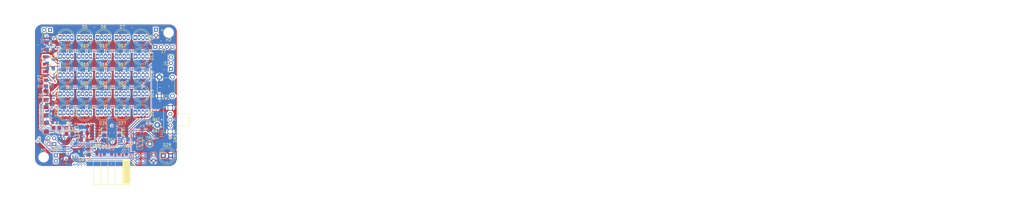
<source format=kicad_pcb>
(kicad_pcb (version 20240108) (generator "pcbnew") (generator_version "8.0")
  (layers (0 "F.Cu" signal) (1 "In1.Cu" power "Power") (2 "In2.Cu" power "Signal") (3 "In3.Cu" signal "Sig GND") (4 "In4.Cu" signal "GND") (31 "B.Cu" signal) (34 "B.Paste" user) (35 "F.Paste" user) (36 "B.SilkS" user "B.Silkscreen") (37 "F.SilkS" user "F.Silkscreen") (38 "B.Mask" user) (39 "F.Mask" user) (44 "Edge.Cuts" user))
  (net 0 "")
  (net 1 "GND")
  (net 2 "Net-(BT1-+)")
  (net 3 "VDD")
  (net 4 "Net-(U2-VDDA)")
  (net 5 "/MCU/~{RESET}")
  (net 6 "/LED Matrix/OUT0")
  (net 7 "/LED Matrix/OUT2")
  (net 8 "/LED Matrix/OUT1")
  (net 9 "Multiplex 1")
  (net 10 "/LED Matrix/OUT4")
  (net 11 "/LED Matrix/OUT5")
  (net 12 "/LED Matrix/OUT3")
  (net 13 "/LED Matrix/OUT8")
  (net 14 "/LED Matrix/OUT6")
  (net 15 "/LED Matrix/OUT7")
  (net 16 "/LED Matrix/OUT11")
  (net 17 "/LED Matrix/OUT9")
  (net 18 "/LED Matrix/OUT10")
  (net 19 "/LED Matrix/OUT14")
  (net 20 "/LED Matrix/OUT12")
  (net 21 "/LED Matrix/OUT13")
  (net 22 "Multiplex 2")
  (net 23 "Multiplex 3")
  (net 24 "Multiplex 4")
  (net 25 "Multiplex 5")
  (net 26 "/LED Matrix/OUT15")
  (net 27 "/MCU/SWDIO")
  (net 28 "/MCU/SWCLK")
  (net 29 "Net-(U1-NR{slash}FB)")
  (net 30 "/MCU/MUX1")
  (net 31 "Net-(Q1-B)")
  (net 32 "Net-(Q2-B)")
  (net 33 "/MCU/MUX2")
  (net 34 "Net-(Q3-B)")
  (net 35 "/MCU/MUX3")
  (net 36 "/MCU/MUX4")
  (net 37 "Net-(Q4-B)")
  (net 38 "Net-(Q5-B)")
  (net 39 "/MCU/MUX5")
  (net 40 "Net-(U3-REXT)")
  (net 41 "Net-(SW1-A)")
  (net 42 "unconnected-(U2-PA4-Pad14)")
  (net 45 "unconnected-(U2-PA6-Pad16)")
  (net 47 "unconnected-(U2-PB12-Pad25)")
  (net 49 "unconnected-(U2-PA5-Pad15)")
  (net 51 "/MCU/Button 3")
  (net 52 "SDA")
  (net 53 "SCL")
  (net 54 "TLC Reset")
  (net 56 "Net-(D1-A)")
  (net 57 "Net-(D2-A)")
  (net 58 "Net-(D3-A)")
  (net 59 "/MCU/Button 4")
  (net 60 "/MCU/Button 2")
  (net 61 "/MCU/Button 1")
  (net 62 "/MCU/Button 5")
  (net 63 "/MCU/Button 7")
  (net 64 "/MCU/Button 6")
  (net 65 "/MCU/Button 8")
  (net 66 "/MCU/Red LED")
  (net 67 "/MCU/Blue LED")
  (net 68 "/MCU/Green LED")
  (net 69 "Net-(JP1-A)")
  (net 70 "/MCU/Misc GPIO 2")
  (net 71 "/MCU/Misc GPIO 1")
  (net 72 "unconnected-(U2-PA7-Pad17)")
  (net 73 "/MCU/Misc GPIO 4")
  (net 74 "/MCU/Misc GPIO 3")
  (net 75 "/MCU/Score latch")
  (net 76 "/MCU/Score clk")
  (net 77 "/MCU/Score data")
  (net 78 "/MCU/~{BOOT}")
  (footprint "2048_footprints:LED_D5.0mm-4x0.8mm_RGB" (layer "F.Cu") (at 205.375 78.01)
    (property "Reference" "D27")
    (property "Value" "RGB")
  )
  (footprint "2048_footprints:PinSocket_5x2.54_SMD_90deg_952-3198-1-ND" (layer "F.Cu") (at 208.7 92 180)
    (property "Reference" "J2")
    (property "Value" "Program Conn")
  )
  (footprint "Resistor_SMD:R_0805_2012Metric_Pad1.20x1.40mm_HandSolder" (layer "F.Cu") (at 203.675 85 -90)
    (property "Reference" "R14")
    (property "Value" "10k")
  )
  (footprint "Capacitor_SMD:C_0805_2012Metric_Pad1.18x1.45mm_HandSolder" (layer "F.Cu") (at 193.125 91.709835 90)
    (property "Reference" "C8")
    (property "Value" "1uF")
  )
  (footprint "2048_footprints:LED_D5.0mm-4x0.8mm_RGB" (layer "F.Cu") (at 211.885 71.51)
    (property "Reference" "D23")
    (property "Value" "RGB")
  )
  (footprint "2048_footprints:LED_D5.0mm-4x0.8mm_RGB" (layer "F.Cu") (at 205.385 58.51)
    (property "Reference" "D12")
    (property "Value" "RGB")
  )
  (footprint "2048_footprints:LED_D5.0mm-4x0.8mm_RGB" (layer "F.Cu") (at 211.885 78.01)
    (property "Reference" "D28")
    (property "Value" "RGB")
  )
  (footprint "2048_footprints:OS102011MA1QN1_CNK" (layer "F.Cu") (at 223.9 82.5 90)
    (property "Reference" "SW1")
    (property "Value" "Power switch")
  )
  (footprint "2048_footprints:LED_D5.0mm-4x0.8mm_RGB" (layer "F.Cu") (at 205.385 52.01)
    (property "Reference" "D7")
    (property "Value" "RGB")
  )
  (footprint "2048_footprints:LED_D5.0mm-4x0.8mm_RGB" (layer "F.Cu") (at 185.875 65.01)
    (property "Reference" "D14")
    (property "Value" "RGB")
  )
  (footprint "2048_footprints:LED_D5.0mm-4x0.8mm_RGB" (layer "F.Cu") (at 205.38 71.51)
    (property "Reference" "D22")
    (property "Value" "RGB")
  )
  (footprint "2048_footprints:LED_D5.0mm-4x0.8mm_RGB" (layer "F.Cu") (at 192.385 52.01)
    (property "Reference" "D5")
    (property "Value" "RGB")
  )
  (footprint "2048_footprints:LED_D5.0mm-4x0.8mm_RGB" (layer "F.Cu") (at 211.885 58.51)
    (property "Reference" "D13")
    (property "Value" "RGB")
  )
  (footprint "2048_footprints:SW_TL1105SPF160Q" (layer "F.Cu") (at 222.375 69 -90)
    (property "Reference" "SW2")
    (property "Value" "SW_Push")
  )
  (footprint "Resistor_SMD:R_0805_2012Metric_Pad1.20x1.40mm_HandSolder" (layer "F.Cu") (at 189 85.4)
    (property "Reference" "R13")
    (property "Value" "10k")
  )
  (footprint "Jumper:SolderJumper-2_P1.3mm_Open_TrianglePad1.0x1.5mm" (layer "F.Cu") (at 213.39 89.35 -90)
    (property "Reference" "JP1")
    (property "Value" "3.3V")
  )
  (footprint "2048_footprints:LED_D5.0mm-4x0.8mm_RGB" (layer "F.Cu") (at 192.385 58.51)
    (property "Reference" "D10")
    (property "Value" "RGB")
  )
  (footprint "2048_footprints:LED_D5.0mm-4x0.8mm_RGB" (layer "F.Cu") (at 211.885 52.01)
    (property "Reference" "D8")
    (property "Value" "RGB")
  )
  (footprint "2048_footprints:LED_D5.0mm-4x0.8mm_RGB" (layer "F.Cu") (at 185.875 52.01)
    (property "Reference" "D4")
    (property "Value" "RGB")
  )
  (footprint "2048_footprints:LED_D5.0mm-4x0.8mm_RGB" (layer "F.Cu") (at 198.875 78.01)
    (property "Reference" "D26")
    (property "Value" "RGB")
  )
  (footprint "2048_footprints:LED_D5.0mm-4x0.8mm_RGB" (layer "F.Cu") (at 198.885 52.01)
    (property "Reference" "D6")
    (property "Value" "RGB")
  )
  (footprint "LED_THT:LED_D5.0mm" (layer "F.Cu") (at 221.475 92.959835)
    (property "Reference" "D29")
    (property "Value" "Green")
  )
  (footprint "MountingHole:MountingHole_3.2mm_M3" (layer "F.Cu") (at 180.1 93.5)
    (property "Reference" "H1")
    (property "Value" "MountingHole M3")
  )
  (footprint "TestPoint:TestPoint_THTPad_D2.0mm_Drill1.0mm" (layer "F.Cu") (at 216.8 88.9 180)
    (property "Reference" "TP2")
    (property "Value" "LDO")
  )
  (footprint "LED_SMD:LED_1206_3216Metric_Pad1.42x1.75mm_HandSolder" (layer "F.Cu") (at 180.9 77.6 90)
    (property "Reference" "D2")
    (property "Value" "Green")
  )
  (footprint "2048_footprints:LED_D5.0mm-4x0.8mm_RGB" (layer "F.Cu") (at 192.375 78.01)
    (property "Reference" "D25")
    (property "Value" "RGB")
  )
  (footprint "Capacitor_SMD:C_0805_2012Metric_Pad1.18x1.45mm_HandSolder" (layer "F.Cu") (at 194.1 87.4 180)
    (property "Reference" "C6")
    (property "Value" "0.1uF")
  )
  (footprint "Capacitor_SMD:C_0805_2012Metric_Pad1.18x1.45mm_HandSolder" (layer "F.Cu") (at 195.625 91.709835 90)
    (property "Reference" "C7")
    (property "Value" "10nF")
  )
  (footprint "2048_footprints:LED_D5.0mm-4x0.8mm_RGB" (layer "F.Cu") (at 192.375 71.51)
    (property "Reference" "D20")
    (property "Value" "RGB")
  )
  (footprint "Connector_PinSocket_2.00mm:PinSocket_1x03_P2.00mm_Vertical" (layer "F.Cu") (at 224.1 62.9 180)
    (property "Reference" "J4")
    (property "Value" "Shift Reg Conn")
  )
  (footprint "2048_footprints:PinSocket_5x2.54_SMD_90deg_952-3198-1-ND" (layer "F.Cu") (at 180.8 63.78 90)
    (property "Reference" "JP2")
    (property "Value" "")
  )
  (footprint "Resistor_SMD:R_0805_2012Metric_Pad1.20x1.40mm_HandSolder" (layer "F.Cu") (at 180.9 67.8 -90)
    (property "Reference" "R1")
    (property "Value" "330R")
  )
  (footprint "Capacitor_SMD:C_0805_2012Metric_Pad1.18x1.45mm_HandSolder" (layer "F.Cu") (at 194.1 85.2 180)
    (property "Reference" "C3")
    (property "Value" "4.7uF")
  )
  (footprint "Connector_PinSocket_2.00mm:PinSocket_1x02_P2.00mm_Vertical" (layer "F.Cu") (at 182.325 49.375 -90)
    (property "Reference" "J1")
    (property "Value" "Misc conn 1")
  )
  (footprint "Resistor_SMD:R_0805_2012Metric_Pad1.20x1.40mm_HandSolder" (layer "F.Cu") (at 201.125 84.959835 -90)
    (property "Reference" "R16")
    (property "Value" "1k")
  )
  (footprint "Resistor_SMD:R_0805_2012Metric_Pad1.20x1.40mm_HandSolder" (layer "F.Cu") (at 206.2 85 -90)
    (property "Reference" "R15")
    (property "Value" "10k")
  )
  (footprint "2048_footprints:LED_D5.0mm-4x0.8mm_RGB" (layer "F.Cu") (at 198.885 58.51)
    (property "Reference" "D11")
    (property "Value" "RGB")
  )
  (footprint "2048_footprints:LED_D5.0mm-4x0.8mm_RGB" (layer "F.Cu") (at 192.375 65.01)
    (property "Reference" "D15")
    (property "Value" "RGB")
  )
  (footprint "2048_footprints:LED_D5.0mm-4x0.8mm_RGB" (layer "F.Cu") (at 185.875 71.51)
    (property "Reference" "D19")
    (property "Value" "RGB")
  )
  (footprint "2048_footprints:LED_D5.0mm-4x0.8mm_RGB" (layer "F.Cu") (at 198.875 65.01)
    (property "Reference" "D16")
    (property "Value" "RGB")
  )
  (footprint "Resistor_SMD:R_0805_2012Metric_Pad1.20x1.40mm_HandSolder" (layer "F.Cu") (at 194.1 82.9 180)
    (property "Reference" "R12")
    (property "Value" "0R (DNP)")
  )
  (footprint "2048_footprints:LED_D5.0mm-4x0.8mm_RGB" (layer "F.Cu") (at 205.375 65.01)
    (property "Reference" "D17")
    (property "Value" "RGB")
  )
  (footprint "2048_footprints:LED_D5.0mm-4x0.8mm_RGB" (layer "F.Cu") (at 185.875 78.01)
    (property "Reference" "D24")
    (property "Value" "RGB")
  )
  (footprint "2048_footprints:LED_D5.0mm-4x0.8mm_RGB" (layer "F.Cu") (at 211.885 65.01)
    (property "Reference" "D18")
    (property "Value" "RGB")
  )
  (footprint "TestPoint:TestPoint_THTPad_D2.0mm_Drill1.0mm" (layer "F.Cu") (at 219.375 82.3 180)
    (property "Reference" "TP1")
    (property "Value" "Battery")
  )
  (footprint "MountingHole:MountingHole_3.2mm_M3" (layer "F.Cu") (at 223.3 50.3)
    (property "Reference" "H2")
    (property "Value" "MountingHole M3")
  )
  (footprint "Resistor_SMD:R_0805_2012Metric_Pad1.20x1.40mm_HandSolder" (layer "F.Cu") (at 188.95 83.3 180)
    (property "Reference" "R2")
    (property "Value" "330R")
  )
  (footprint "LED_SMD:LED_1206_3216Metric_Pad1.42x1.75mm_HandSolder" (layer "F.Cu") (at 180.9 72.1 90)
    (property "Reference" "D1")
    (property "Value" "Blue")
  )
  (footprint "2048_footprints:LED_D5.0mm-4x0.8mm_RGB" (layer "F.Cu") (at 198.875 71.51)
    (property "Reference" "D21")
    (property "Value" "RGB")
  )
  (footprint "Resistor_SMD:R_0805_2012Metric_Pad1.20x1.40mm_HandSolder" (layer "F.Cu") (at 184.5 83.3 180)
    (property "Reference" "R3")
    (property "Value" "330R")
  )
  (footprint "LED_SMD:LED_1206_3216Metric_Pad1.42x1.75mm_HandSolder" (layer "F.Cu") (at 181 83.1 90)
    (property "Reference" "D3")
    (property "Value" "Red")
  )
  (footprint "2048_footprints:LED_D5.0mm-4x0.8mm_RGB" (layer "F.Cu") (at 185.875 58.51)
    (property "Reference" "D9")
    (property "Value" "RGB")
  )
  (footprint "Package_TO_SOT_SMD:SOT-23-3" (layer "B.Cu") (at 182.375 53.209835)
    (property "Reference" "Q1")
    (property "Value" "PNP")
  )
  (footprint "Package_TO_SOT_SMD:SOT-23-3" (layer "B.Cu") (at 182.375 65.959835)
    (property "Reference" "Q3")
    (property "Value" "PNP")
  )
  (footprint "Capacitor_SMD:C_0402_1005Metric_Pad0.74x0.62mm_HandSolder" (layer "B.Cu") (at 208.4 89.5 90)
    (property "Reference" "C10")
    (property "Value" "0.1uF")
  )
  (footprint "2048_footprints:WSON-6_L2.0-W2.0-P0.65-BL-EP" (layer "B.Cu") (at 218.875 85.809835 90)
    (property "Reference" "U1")
    (property "Value" "TPS73701DRVR")
  )
  (footprint "Connector_PinSocket_2.00mm:PinSocket_1x04_P2.00mm_Vertical" (layer "B.Cu") (at 218.675 55.3 -90)
    (property "Reference" "J7")
    (property "Value" "PinSocket_1x04_P2.00mm_Vertical")
  )
  (footprint "Capacitor_SMD:C_0402_1005Metric_Pad0.74x0.62mm_HandSolder" (layer "B.Cu") (at 197.875 91.1 -90)
    (property "Reference" "C9")
    (property "Value" "0.1uF")
  )
  (footprint "Connector_PinSocket_2.00mm:PinSocket_1x02_P2.00mm_Vertical" (layer "B.Cu") (at 184.29 92.87 180)
    (property "Reference" "J3")
    (property "Value" "Misc conn 2")
  )
  (footprint "2048_footprints:PinSocket_2x02_P2.00mm_Vertical" (layer "B.Cu") (at 180.780801 87.935721 90)
    (property "Reference" "J5" (hide yes))
    (property "Value" "Button conn left")
  )
  (footprint "Package_TO_SOT_SMD:SOT-23-3" (layer "B.Cu") (at 182.375 59.709835)
    (property "Reference" "Q2")
    (property "Value" "PNP")
  )
  (footprint "2048_footprints:TSSOP-28_L9.7-W4.4-P0.65-LS6.4-BL" (layer "B.Cu") (at 203.690761 84.775083 90)
    (property "Reference" "U3")
    (property "Value" "TLC59116ITPWRQ1")
  )
  (footprint "Resistor_SMD:R_0805_2012Metric_Pad1.20x1.40mm_HandSolder" (layer "B.Cu") (at 182.375 56.459835)
    (property "Reference" "R7")
    (property "Value" "1k")
  )
  (footprint "Capacitor_SMD:C_0603_1608Metric_Pad1.08x0.95mm_HandSolder" (layer "B.Cu") (at 214.1 89.3 -90)
    (property "Reference" "C2")
    (property "Value" "2.2uF")
  )
  (footprint "Capacitor_SMD:C_0402_1005Metric_Pad0.74x0.62mm_HandSolder" (layer "B.Cu") (at 186.875 95.2 -90)
    (property "Reference" "C4")
    (property "Value" "0.1uF")
  )
  (footprint "Package_TO_SOT_SMD:SOT-23-3" (layer "B.Cu") (at 182.375 78.459835)
    (property "Reference" "Q5")
    (property "Value" "PNP")
  )
  (footprint "Resistor_SMD:R_0805_2012Metric_Pad1.20x1.40mm_HandSolder" (layer "B.Cu") (at 182.075 69)
    (property "Reference" "R9")
    (property "Value" "1k")
  )
  (footprint "Resistor_SMD:R_0805_2012Metric_Pad1.20x1.40mm_HandSolder" (layer "B.Cu") (at 182.375 62.709835)
    (property "Reference" "R8")
    (property "Value" "1k")
  )
  (footprint "Package_QFP:LQFP-48_7x7mm_P0.5mm" (layer "B.Cu") (at 191.3875 90.384835 180)
    (property "Reference" "U2")
    (property "Value" "STM32F303CBTx")
  )
  (footprint "Connector_PinSocket_2.00mm:PinSocket_1x02_P2.00mm_Vertical" (layer "B.Cu") (at 218.1 94.7)
    (property "Reference" "REF**" (hide yes))
    (property "Value" "PinSocket_1x02_P2.00mm_Vertical")
  )
  (footprint "Resistor_SMD:R_0603_1608Metric_Pad0.98x0.95mm_HandSolder" (layer "B.Cu") (at 216.4 83.3 -90)
    (property "Reference" "R6")
    (property "Value" "30.1k")
  )
  (footprint "Capacitor_SMD:C_0402_1005Metric_Pad0.74x0.62mm_HandSolder" (layer "B.Cu") (at 211.8 85.3)
    (property "Reference" "C1")
    (property "Value" "0.1uF")
  )
  (footprint "Resistor_SMD:R_0805_2012Metric_Pad1.20x1.40mm_HandSolder" (layer "B.Cu") (at 210.2 87.3)
    (property "Reference" "R5")
    (property "Value" "1k (DNP)")
  )
  (footprint "Resistor_SMD:R_0603_1608Metric_Pad0.98x0.95mm_HandSolder" (layer "B.Cu") (at 214.1 85.1 -90)
    (property "Reference" "R4")
    (property "Value" "52.3k")
  )
  (footprint "Connector_PinSocket_2.00mm:PinSocket_1x02_P2.00mm_Vertical" (layer "B.Cu") (at 218.9 49.3 180)
    (property "Reference" "REF**" (hide yes))
    (property "Value" "PinSocket_1x02_P2.00mm_Vertical")
  )
  (footprint "Package_TO_SOT_SMD:SOT-23-3" (layer "B.Cu") (at 182.375 72.209835)
    (property "Reference" "Q4")
    (property "Value" "PNP")
  )
  (footprint "Resistor_SMD:R_0805_2012Metric_Pad1.20x1.40mm_HandSolder" (layer "B.Cu") (at 182.275 81.4)
    (property "Reference" "R11")
    (property "Value" "1k")
  )
  (footprint "Resistor_SMD:R_0805_2012Metric_Pad1.20x1.40mm_HandSolder" (layer "B.Cu") (at 182.175 75.2)
    (property "Reference" "R10")
    (property "Value" "1k")
  )
  (footprint "2048_footprints:PinSocket_2x02_P2.00mm_Vertical" (layer "B.Cu") (at 215.55 93.9 -90)
    (property "Reference" "J6")
    (property "Value" "Button conn left")
  )
  (footprint "Capacitor_SMD:C_0402_1005Metric_Pad0.74x0.62mm_HandSolder" (layer "B.Cu") (at 186.6 85.8 180)
    (property "Reference" "C5")
    (property "Value" "0.1uF")
  )
  (gr_arc (start 226.625 94) (mid 225.74632 96.12132) (end 223.625 97) (stroke (width 0.05)) (layer "Edge.Cuts"))
  (gr_arc (start 176.625 50) (mid 177.50368 47.87868) (end 179.625 47) (stroke (width 0.05)) (layer "Edge.Cuts"))
  (gr_line (start 179.625 47) (end 223.625 47) (stroke (width 0.05)) (layer "Edge.Cuts"))
  (gr_arc (start 179.625 97) (mid 177.50368 96.12132) (end 176.625 94) (stroke (width 0.05)) (layer "Edge.Cuts"))
  (gr_arc (start 223.625 47) (mid 225.74632 47.87868) (end 226.625 50) (stroke (width 0.05)) (layer "Edge.Cuts"))
  (gr_line (start 226.625 50) (end 226.625 94) (stroke (width 0.05)) (layer "Edge.Cuts"))
  (gr_line (start 223.625 97) (end 179.625 97) (stroke (width 0.05)) (layer "Edge.Cuts"))
  (gr_line (start 176.625 94) (end 176.625 50) (stroke (width 0.05)) (layer "Edge.Cuts"))
  (gr_text "+" (at 216 95.3 0) (layer "F.SilkS") (effects (font (size 1 1)) (justify left bottom)))
  (gr_text "GND" (at 204.925 90.159835 0) (layer "F.SilkS") (effects (font (size 0.75 0.75) (thickness 0.15) (bold yes)) (justify left bottom)))
  (gr_text "A7" (at 183 62 90) (layer "F.SilkS") (effects (font (size 0.75 0.75) (thickness 0.15) (bold yes)) (justify left bottom)))
  (gr_text "VDD" (at 207.625 90.159835 0) (layer "F.SilkS") (effects (font (size 0.75 0.75) (thickness 0.15) (bold yes)) (justify left bottom)))
  (gr_text "CLK" (at 202.425 90.159835 0) (layer "F.SilkS") (effects (font (size 0.75 0.75) (thickness 0.15) (bold yes)) (justify left bottom)))
  (gr_text "A5" (at 183 56.8 90) (layer "F.SilkS") (effects (font (size 0.75 0.75) (thickness 0.15) (bold yes)) (justify left bottom)))
  (gr_text "~{NRST}" (at 196.9 90.2 0) (layer "F.SilkS") (effects (font (size 0.75 0.75) (thickness 0.15) (bold yes)) (justify left bottom)))
  (gr_text "+" (at 220.275 49.9 0) (layer "F.SilkS") (effects (font (size 1 1)) (justify left bottom)))
  (gr_text "A4" (at 183 54.3 90) (layer "F.SilkS") (effects (font (size 0.75 0.75) (thickness 0.15) (bold yes)) (justify left bottom)))
  (gr_text "B12" (at 183 64.9 90) (layer "F.SilkS") (effects (font (size 0.75 0.75) (thickness 0.15) (bold yes)) (justify left bottom)))
  (gr_text "DIO" (at 200.025 90.159835 0) (layer "F.SilkS") (effects (font (size 0.75 0.75) (thickness 0.15) (bold yes)) (justify left bottom)))
  (gr_text "BAT+    <" (at 217.6 81 0) (layer "F.SilkS") (effects (font (size 1 1)) (justify left bottom)))
  (gr_text "BAT-    <" (at 217.5 84.9 0) (layer "F.SilkS") (effects (font (size 1 1)) (justify left bottom)))
  (gr_text "A6" (at 183 59.4 90) (layer "F.SilkS") (effects (font (size 0.75 0.75) (thickness 0.15) (bold yes)) (justify left bottom)))
  (segment (start 194.25 90.834835) (end 193.2875 90.834835) (width 0.2) (layer "F.Cu") (net 1))
  (segment (start 194.25 90.834835) (end 194.4125 90.672335) (width 0.2) (layer "F.Cu") (net 1))
  (segment (start 206.16 92) (end 207.375 92) (width 0.2) (layer "F.Cu") (net 1))
  (segment (start 194.4125 90.672335) (end 195.625 90.672335) (width 0.2) (layer "F.Cu") (net 1))
  (segment (start 191.9 87.933235) (end 192.433235 87.4) (width 0.2) (layer "F.Cu") (net 1))
  (segment (start 192.433235 87.4) (end 193.0625 87.4) (width 0.2) (layer "F.Cu") (net 1))
  (via (at 188 80.359835) (size 0.6) (drill 0.3) (layers "F.Cu" "B.Cu") (net 1))
  (via (at 202.2 60.3) (size 0.6) (drill 0.3) (layers "F.Cu" "B.Cu") (net 1))
  (via (at 196 66.8) (size 0.6) (drill 0.3) (layers "F.Cu" "B.Cu") (net 1))
  (via (at 206.2 73.4) (size 0.6) (drill 0.3) (layers "F.Cu" "B.Cu") (net 1))
  (via (at 212.9 60.2) (size 0.6) (drill 0.3) (layers "F.Cu" "B.Cu") (net 1))
  (via (at 199.473565 83.109873) (size 0.6) (drill 0.3) (layers "F.Cu" "B.Cu") (net 1))
  (via (at 209.2 73.3) (size 0.6) (drill 0.3) (layers "F.Cu" "B.Cu") (net 1))
  (via (at 187.845 95.57) (size 0.6) (drill 0.3) (layers "F.Cu" "B.Cu") (net 1))
  (via (at 178.2 54.6) (size 0.6) (drill 0.3) (layers "F.Cu" "B.Cu") (net 1))
  (via (at 210.7 48.6) (size 0.6) (drill 0.3) (layers "F.Cu" "B.Cu") (net 1))
  (via (at 209.1 53.8) (size 0.6) (drill 0.3) (layers "F.Cu" "B.Cu") (net 1))
  (via (at 191.9 87.933235) (size 0.6) (drill 0.3) (layers "F.Cu" "B.Cu") (net 1))
  (via (at 220.3 69.3) (size 0.6) (drill 0.3) (layers "F.Cu" "B.Cu") (net 1))
  (via (at 212.4 53.7) (size 0.6) (drill 0.3) (layers "F.Cu" "B.Cu") (net 1))
  (via (at 202.6 53.7) (size 0.6) (drill 0.3) (layers "F.Cu" "B.Cu") (net 1))
  (via (at 220.3 74.2) (size 0.6) (drill 0.3) (layers "F.Cu" "B.Cu") (net 1))
  (via (at 199.7 53.6) (size 0.6) (drill 0.3) (layers "F.Cu" "B.Cu") (net 1))
  (via (at 189.6 73.3) (size 0.6) (drill 0.3) (layers "F.Cu" "B.Cu") (net 1))
  (via (at 209.1 66.9) (size 0.6) (drill 0.3) (layers "F.Cu" "B.Cu") (net 1))
  (via (at 202.425 88.359835) (size 0.6) (drill 0.3) (layers "F.Cu" "B.Cu") (net 1))
  (via (at 203.5 95.8) (size 0.6) (drill 0.3) (layers "F.Cu" "B.Cu") (net 1))
  (via (at 217.8 84.3) (size 0.8) (drill 0.4) (layers "F.Cu" "B.Cu") (net 1))
  (via (at 221.7 63.2) (size 0.6) (drill 0.3) (layers "F.Cu" "B.Cu") (net 1))
  (via (at 186.7 73.2) (size 0.6) (drill 0.3) (layers "F.Cu" "B.Cu") (net 1))
  (via (at 199.8 73.4) (size 0.6) (drill 0.3) (layers "F.Cu" "B.Cu") (net 1))
  (via (at 207.925 86.350191) (size 0.6) (drill 0.3) (layers "F.Cu" "B.Cu") (net 1))
  (via (at 202.5 73.3) (size 0.6) (drill 0.3) (layers "F.Cu" "B.Cu") (net 1))
  (via (at 197.6 48.5) (size 0.6) (drill 0.3) (layers "F.Cu" "B.Cu") (net 1))
  (via (at 193.1 73.4) (size 0.6) (drill 0.3) (layers "F.Cu" "B.Cu") (net 1))
  (via (at 215.7 73.3) (size 0.6) (drill 0.3) (layers "F.Cu" "B.Cu") (net 1))
  (via (at 189.6 66.8) (size 0.6) (drill 0.3) (layers "F.Cu" "B.Cu") (net 1))
  (via (at 189.8 53.9) (size 0.6) (drill 0.3) (layers "F.Cu" "B.Cu") (net 1))
  (via (at 186.7 66.8) (size 0.6) (drill 0.3) (layers "F.Cu" "B.Cu") (net 1))
  (via (at 193.2 66.8) (size 0.6) (drill 0.3) (layers "F.Cu" "B.Cu") (net 1))
  (via (at 186.2 53.8) (size 0.6) (drill 0.3) (layers "F.Cu" "B.Cu") (net 1))
  (via (at 206.2 53.6) (size 0.6) (drill 0.3) (layers "F.Cu" "B.Cu") (net 1))
  (via (at 185.9 87) (size 0.6) (drill 0.3) (layers "F.Cu" "B.Cu") (net 1))
  (via (at 192.3 60.3) (size 0.6) (drill 0.3) (layers "F.Cu" "B.Cu") (net 1))
  (via (at 199.7 60.3) (size 0.6) (drill 0.3) (layers "F.Cu" "B.Cu") (net 1))
  (via (at 202.5 66.7) (size 0.6) (drill 0.3) (layers "F.Cu" "B.Cu") (net 1))
  (via (at 207.925 83.159835) (size 0.6) (drill 0.3) (layers "F.Cu" "B.Cu") (net 1))
  (via (at 212.7 66.8) (size 0.6) (drill 0.3) (layers "F.Cu" "B.Cu") (net 1))
  (via (at 223.4 68.9) (size 0.6) (drill 0.3) (layers "F.Cu" "B.Cu") (net 1))
  (via (at 206.1 66.8) (size 0.6) (drill 0.3) (layers "F.Cu" "B.Cu") (net 1))
  (via (at 215.5 66.7) (size 0.6) (drill 0.3) (layers "F.Cu" "B.Cu") (net 1))
  (via (at 196.2 73.2) (size 0.6) (drill 0.3) (layers "F.Cu" "B.Cu") (net 1))
  (via (at 207.375 92) (size 0.6) (drill 0.3) (layers "F.Cu" "B.Cu") (net 1))
  (via (at 206 60.3) (size 0.6) (drill 0.3) (layers "F.Cu" "B.Cu") (net 1))
  (via (at 193.3 53.7) (size 0.6) (drill 0.3) (layers "F.Cu" "B.Cu") (net 1))
  (via (at 196.3 53.8) (size 0.6) (drill 0.3) (layers "F.Cu" "B.Cu") (net 1))
  (via (at 222.7 95.2) (size 0.6) (drill 0.3) (layers "F.Cu" "B.Cu") (net 1))
  (via (at 209.331049 90.51748) (size 0.6) (drill 0.3) (layers "F.Cu" "B.Cu") (net 1))
  (via (at 186.4 60.3) (size 0.6) (drill 0.3) (layers "F.Cu" "B.Cu") (net 1))
  (via (at 189.6 60.3) (size 0.6) (drill 0.3) (layers "F.Cu" "B.Cu") (net 1))
  (via (at 199.8 66.8) (size 0.6) (drill 0.3) (layers "F.Cu" "B.Cu") (net 1))
  (via (at 196.1 60.2) (size 0.6) (drill 0.3) (layers "F.Cu" "B.Cu") (net 1))
  (via (at 194.25 90.834835) (size 0.6) (drill 0.3) (layers "F.Cu" "B.Cu") (net 1))
  (via (at 199.7 90.959835) (size 0.6) (drill 0.3) (layers "F.Cu" "B.Cu") (net 1))
  (via (at 202.6 80) (size 0.6) (drill 0.3) (layers "F.Cu" "B.Cu") (net 1))
  (via (at 212.7 73.3) (size 0.6) (drill 0.3) (layers "F.Cu" "B.Cu") (net 1))
  (via (at 207.6 90.2) (size 0.6) (drill 0.3) (layers "F.Cu" "B.Cu") (net 1))
  (via (at 209 60.4) (size 0.6) (drill 0.3) (layers "F.Cu" "B.Cu") (net 1))
  (via (at 202.4 86.6) (size 0.6) (drill 0.3) (layers "F.Cu" "B.Cu") (net 1))
  (via (at 215.6 60.2) (size 0.6) (drill 0.3) (layers "F.Cu" "B.Cu") (net 1))
  (via (at 215.6 53.6) (size 0.6) (drill 0.3) (layers "F.Cu" "B.Cu") (net 1))
  (via (at 220.7 53.2) (size 0.6) (drill 0.3) (layers "F.Cu" "B.Cu") (net 1))
  (segment (start 198.992335 91.6675) (end 197.875 91.6675) (width 0.25) (layer "B.Cu") (net 1))
  (segment (start 193.6375 86.992245) (end 193.6375 86.222335) (width 0.2) (layer "B.Cu") (net 1))
  (segment (start 207.925 86.350191) (end 208.887691 86.350191) (width 0.2) (layer "B.Cu") (net 1))
  (segment (start 191.9 87.933235) (end 192.266765 87.933235) (width 0.2) (layer "B.Cu") (net 1))
  (segment (start 206.556522 86.400178) (end 207.875013 86.400178) (width 0.2) (layer "B.Cu") (net 1))
  (segment (start 186.45509 88.134835) (end 187.225 88.134835) (width 0.2) (layer "B.Cu") (net 1))
  (segment (start 194.25 90.834835) (end 194.55 91.134835) (width 0.2) (layer "B.Cu") (net 1))
  (segment (start 187.725 95.69) (end 187.0275 95.69) (width 0.25) (layer "B.Cu") (net 1))
  (segment (start 188.880264 95.609835) (end 189.1375 95.352599) (width 0.25) (layer "B.Cu") (net 1))
  (segment (start 187.884835 95.609835) (end 188.880264 95.609835) (width 0.25) (layer "B.Cu") (net 1))
  (segment (start 217.899841 85.159873) (end 218.624847 85.159873) (width 0.5) (layer "B.Cu") (net 1))
  (segment (start 199.7 90.959835) (end 198.992335 91.6675) (width 0.25) (layer "B.Cu") (net 1))
  (segment (start 192.266765 87.933235) (end 192.7 87.5) (width 0.2) (layer "B.Cu") (net 1))
  (segment (start 185.9 87.579745) (end 186.45509 88.134835) (width 0.2) (layer "B.Cu") (net 1))
  (segment (start 193.129745 87.5) (end 193.6375 86.992245) (width 0.2) (layer "B.Cu") (net 1))
  (segment (start 199.51368 83.149988) (end 199.473565 83.109873) (width 0.2) (layer "B.Cu") (net 1))
  (segment (start 185.9 87) (end 185.9 85.9325) (width 0.2) (layer "B.Cu") (net 1))
  (segment (start 189.1375 95.352599) (end 189.1375 94.547335) (width 0.25) (layer "B.Cu") (net 1))
  (segment (start 217.8 85.060032) (end 217.899841 85.159873) (width 0.5) (layer "B.Cu") (net 1))
  (segment (start 185.9 87) (end 185.9 87.579745) (width 0.2) (layer "B.Cu") (net 1))
  (segment (start 207.875013 86.400178) (end 207.925 86.350191) (width 0.2) (layer "B.Cu") (net 1))
  (segment (start 209.331049 90.51748) (end 208.84998 90.51748) (width 0.5) (layer "B.Cu") (net 1))
  (segment (start 206.556522 83.149988) (end 207.915153 83.149988) (width 0.2) (layer "B.Cu") (net 1))
  (segment (start 207.915153 83.149988) (end 207.925 83.159835) (width 0.2) (layer "B.Cu") (net 1))
  (segment (start 192.7 87.5) (end 193.129745 87.5) (width 0.2) (layer "B.Cu") (net 1))
  (segment (start 218.624847 85.159873) (end 218.874949 85.409975) (width 0.5) (layer "B.Cu") (net 1))
  (segment (start 208.84998 90.51748) (end 208.4 90.0675) (width 0.5) (layer "B.Cu") (net 1))
  (segment (start 209.475 86.9375) (end 209.475 87.3) (width 0.2) (layer "B.Cu") (net 1))
  (segment (start 187.845 95.57) (end 187.884835 95.609835) (width 0.25) (layer "B.Cu") (net 1))
  (segment (start 217.8 84.3) (end 217.8 85.060032) (width 0.5) (layer "B.Cu") (net 1))
  (segment (start 194.55 91.134835) (end 195.55 91.134835) (width 0.2) (layer "B.Cu") (net 1))
  (segment (start 208.887691 86.350191) (end 209.475 86.9375) (width 0.2) (layer "B.Cu") (net 1))
  (segment (start 200.825 83.149988) (end 199.51368 83.149988) (width 0.2) (layer "B.Cu") (net 1))
  (segment (start 187.845 95.57) (end 187.725 95.69) (width 0.25) (layer "B.Cu") (net 1))
  (segment (start 187.3 86.8) (end 185.5 85) (width 0.2) (layer "F.Cu") (net 3))
  (segment (start 209.4 89.6) (end 208.7 90.3) (width 0.2) (layer "F.Cu") (net 3))
  (segment (start 188.6 81.9) (end 189.95 83.25) (width 0.25) (layer "F.Cu") (net 3))
  (segment (start 185.5 85) (end 185.5 83.3) (width 0.2) (layer "F.Cu") (net 3))
  (segment (start 182.6 66.8) (end 180.9 66.8) (width 0.2) (layer "F.Cu") (net 3))
  (segment (start 203.675 84) (end 203.675 82.6) (width 0.2) (layer "F.Cu") (net 3))
  (segment (start 208.7 90.3) (end 208.7 92) (width 0.2) (layer "F.Cu") (net 3))
  (segment (start 206.1875 84) (end 204.7875 82.6) (width 0.2) (layer "F.Cu") (net 3))
  (segment (start 182.9 67.1) (end 182.6 66.8) (width 0.2) (layer "F.Cu") (net 3))
  (segment (start 204.7875 82.6) (end 203.675 82.6) (width 0.2) (layer "F.Cu") (net 3))
  (via (at 187.3 86.8) (size 0.6) (drill 0.3) (layers "F.Cu" "B.Cu") (net 3))
  (via (at 209.4 89.6) (size 0.6) (drill 0.3) (layers "F.Cu" "B.Cu") (net 3))
  (via (at 183 76.4) (size 0.6) (drill 0.3) (layers "F.Cu" "B.Cu") (net 3))
  (via (at 182.9 67.1) (size 0.6) (drill 0.3) (layers "F.Cu" "B.Cu") (net 3))
  (via (at 183.675 73.1) (size 0.6) (drill 0.3) (layers "F.Cu" "B.Cu") (net 3))
  (via (at 196.5 86.8) (size 0.6) (drill 0.3) (layers "F.Cu" "B.Cu") (net 3))
  (via (at 196.9 88.1) (size 0.6) (drill 0.3) (layers "F.Cu" "B.Cu") (net 3))
  (via (at 181.2 51.5) (size 0.6) (drill 0.3) (layers "F.Cu" "B.Cu") (net 3))
  (via (at 203.675 82.6) (size 0.6) (drill 0.3) (layers "F.Cu" "B.Cu") (net 3))
  (via (at 187.825 93.97) (size 0.6) (drill 0.3) (layers "F.Cu" "B.Cu") (net 3))
  (via (at 188.6 81.9) (size 0.6) (drill 0.3) (layers "F.Cu" "B.Cu") (net 3))
  (via (at 180.379319 59.8) (size 0.6) (drill 0.3) (layers "F.Cu" "B.Cu") (net 3))
  (segment (start 182.777666 73.1) (end 183.675 73.1) (width 0.25) (layer "B.Cu") (net 3))
  (segment (start 182.9 67.1) (end 182.9 66.972334) (width 0.25) (layer "B.Cu") (net 3))
  (segment (start 187.1675 86.6675) (end 187.3 86.8) (width 0.2) (layer "B.Cu") (net 3))
  (segment (start 181.2 51.5) (end 181.2375 51.5375) (width 0.25) (layer "B.Cu") (net 3))
  (segment (start 181.2375 65.309834) (end 181.2375 65.009835) (width 0.25) (layer "B.Cu") (net 3))
  (segment (start 181.2375 71.559834) (end 182.777666 73.1) (width 0.25) (layer "B.Cu") (net 3))
  (segment (start 196.5 86.8) (end 194.715165 86.8) (width 0.2) (layer "B.Cu") (net 3))
  (segment (start 183 76.4) (end 182.95 76.45) (width 0.25) (layer "B.Cu") (net 3))
  (segment (start 187.3 87.559835) (end 187.225 87.634835) (width 0.2) (layer "B.Cu") (net 3))
  (segment (start 180.379319 59.618016) (end 181.2375 58.759835) (width 0.25) (layer "B.Cu") (net 3))
  (segment (start 196.434835 87.634835) (end 195.55 87.634835) (width 0.2) (layer "B.Cu") (net 3))
  (segment (start 209.4 89.6) (end 209.0675 89.6) (width 0.2) (layer "B.Cu") (net 3))
  (segment (start 194.715165 86.8) (end 194.1375 86.222335) (width 0.2) (layer "B.Cu") (net 3))
  (segment (start 196.9 88.1) (end 196.434835 87.634835) (width 0.2) (layer "B.Cu") (net 3))
  (segment (start 180.379319 59.8) (end 180.379319 59.618016) (width 0.25) (layer "B.Cu") (net 3))
  (segment (start 187.1675 85.8) (end 187.1675 86.6675) (width 0.2) (layer "B.Cu") (net 3))
  (segment (start 187.3 86.8) (end 187.3 87.559835) (width 0.2) (layer "B.Cu") (net 3))
  (segment (start 187.575 94.4) (end 187.1125 94.8625) (width 0.25) (layer "B.Cu") (net 3))
  (segment (start 206.556522 89.000127) (end 206.656395 89.1) (width 0.25) (layer "B.Cu") (net 3))
  (segment (start 182.297335 76.45) (end 181.2375 77.509835) (width 0.25) (layer "B.Cu") (net 3))
  (segment (start 206.656395 89.1) (end 208.2075 89.1) (width 0.25) (layer "B.Cu") (net 3))
  (segment (start 181.2375 51.5375) (end 181.2375 52.259835) (width 0.25) (layer "B.Cu") (net 3))
  (segment (start 187.575 94.4) (end 188.490165 94.4) (width 0.25) (layer "B.Cu") (net 3))
  (segment (start 209.0675 89.6) (end 208.4 88.9325) (width 0.2) (layer "B.Cu") (net 3))
  (segment (start 187.1125 94.8625) (end 186.875 94.8625) (width 0.25) (layer "B.Cu") (net 3))
  (segment (start 181.2375 71.259835) (end 181.2375 71.559834) (width 0.25) (layer "B.Cu") (net 3))
  (segment (start 188.490165 94.4) (end 188.6375 94.547335) (width 0.25) (layer "B.Cu") (net 3))
  (segment (start 182.95 76.45) (end 182.297335 76.45) (width 0.25) (layer "B.Cu") (net 3))
  (segment (start 187.825 94.15) (end 187.575 94.4) (width 0.25) (layer "B.Cu") (net 3))
  (segment (start 187.825 93.97) (end 187.825 94.15) (width 0.25) (layer "B.Cu") (net 3))
  (segment (start 182.9 66.972334) (end 181.2375 65.309834) (width 0.25) (layer "B.Cu") (net 3))
  (segment (start 194.621746 92.747335) (end 194.323303 92.448892) (width 0.2) (layer "F.Cu") (net 4))
  (segment (start 195.625 92.747335) (end 194.621746 92.747335) (width 0.2) (layer "F.Cu") (net 4))
  (segment (start 193.125 92.747335) (end 194.02486 92.747335) (width 0.2) (layer "F.Cu") (net 4))
  (segment (start 194.02486 92.747335) (end 194.323303 92.448892) (width 0.2) (layer "F.Cu") (net 4))
  (via (at 194.323303 92.448892) (size 0.6) (drill 0.3) (layers "F.Cu" "B.Cu") (net 4))
  (segment (start 194.323303 92.448892) (end 194.323303 92.091622) (width 0.2) (layer "B.Cu") (net 4))
  (segment (start 194.323303 92.091622) (end 194.78009 91.634835) (width 0.2) (layer "B.Cu") (net 4))
  (segment (start 194.78009 91.634835) (end 195.55 91.634835) (width 0.2) (layer "B.Cu") (net 4))
  (segment (start 197.678518 92) (end 197.067574 91.389056) (width 0.2) (layer "F.Cu") (net 5))
  (segment (start 198.54 92) (end 197.678518 92) (width 0.2) (layer "F.Cu") (net 5))
  (via (at 197 90.359835) (size 0.6) (drill 0.3) (layers "F.Cu" "B.Cu") (net 5))
  (via (at 197.067574 91.389056) (size 0.6) (drill 0.3) (layers "F.Cu" "B.Cu") (net 5))
  (segment (start 197.172665 90.5325) (end 197 90.359835) (width 0.2) (layer "B.Cu") (net 5))
  (segment (start 197.772665 90.634835) (end 196.675 90.634835) (width 0.2) (layer "B.Cu") (net 5))
  (segment (start 197.875 90.5325) (end 197.172665 90.5325) (width 0.2) (layer "B.Cu") (net 5))
  (segment (start 197.067574 91.389056) (end 197.067574 91.027409) (width 0.2) (layer "B.Cu") (net 5))
  (segment (start 197.067574 91.027409) (end 196.675 90.634835) (width 0.2) (layer "B.Cu") (net 5))
  (segment (start 196.675 90.634835) (end 195.55 90.634835) (width 0.2) (layer "B.Cu") (net 5))
  (segment (start 194.059835 81.759835) (end 190.759835 81.759835) (width 0.2) (layer "B.Cu") (net 6))
  (segment (start 200.825 85.750191) (end 198.050191 85.750191) (width 0.2) (layer "B.Cu") (net 6))
  (segment (start 185.875 78.375) (end 186.975 79.475) (width 0.2) (layer "B.Cu") (net 6))
  (segment (start 185.875 58.51) (end 184.875 59.51) (width 0.2) (layer "B.Cu") (net 6))
  (segment (start 185.725 79.759835) (end 184.875 78.909835) (width 0.2) (layer "B.Cu") (net 6))
  (segment (start 184.875 52.6) (end 184.875 60.4) (width 0.2) (layer "B.Cu") (net 6))
  (segment (start 185.465 52.01) (end 184.875 52.6) (width 0.2) (layer "B.Cu") (net 6))
  (segment (start 190.759835 81.759835) (end 188.759835 79.759835) (width 0.2) (layer "B.Cu") (net 6))
  (segment (start 185.875 71.51) (end 184.875 72.51) (width 0.2) (layer "B.Cu") (net 6))
  (segment (start 198.050191 85.750191) (end 194.059835 81.759835) (width 0.2) (layer "B.Cu") (net 6))
  (segment (start 184.875 66.01) (end 184.875 66.7) (width 0.2) (layer "B.Cu") (net 6))
  (segment (start 185.875 65.01) (end 184.875 66.01) (width 0.2) (layer "B.Cu") (net 6))
  (segment (start 184.875 72.51) (end 184.875 73) (width 0.2) (layer "B.Cu") (net 6))
  (segment (start 184.875 66.7) (end 184.875 73) (width 0.2) (layer "B.Cu") (net 6))
  (segment (start 184.875 78.909835) (end 184.875 73) (width 0.2) (layer "B.Cu") (net 6))
  (segment (start 184.875 59.51) (end 184.875 60.4) (width 0.2) (layer "B.Cu") (net 6))
  (segment (start 184.875 60.4) (end 184.875 66.7) (width 0.2) (layer "B.Cu") (net 6))
  (segment (start 186.975 79.475) (end 186.975 79.759835) (width 0.2) (layer "B.Cu") (net 6))
  (segment (start 186.975 79.759835) (end 185.725 79.759835) (width 0.2) (layer "B.Cu") (net 6))
  (segment (start 188.759835 79.759835) (end 186.975 79.759835) (width 0.2) (layer "B.Cu") (net 6))
  (segment (start 189.685 52.01) (end 190.675 53) (width 0.2) (layer "B.Cu") (net 7))
  (segment (start 198.742417 84.459835) (end 201.043478 84.459835) (width 0.2) (layer "B.Cu") (net 7))
  (segment (start 190.285 71.51) (end 189.685 71.51) (width 0.2) (layer "B.Cu") (net 7))
  (segment (start 189.685 78.069835) (end 190.675 79.059835) (width 0.2) (layer "B.Cu") (net 7))
  (segment (start 190.675 79.059835) (end 191.925 80.309835) (width 0.2) (layer "B.Cu") (net 7))
  (segment (start 190.675 59.3) (end 190.675 53) (width 0.2) (layer "B.Cu") (net 7))
  (segment (start 194.592417 80.309835) (end 198.742417 84.459835) (width 0.2) (layer "B.Cu") (net 7))
  (segment (start 190.675 71.9) (end 190.675 65.9) (width 0.2) (layer "B.Cu") (net 7))
  (segment (start 191.925 80.309835) (end 194.592417 80.309835) (width 0.2) (layer "B.Cu") (net 7))
  (segment (start 190.675 71.9) (end 190.285 71.51) (width 0.2) (layer "B.Cu") (net 7))
  (segment (start 190.675 65.9) (end 189.785 65.01) (width 0.2) (layer "B.Cu") (net 7))
  (segment (start 190.675 65.9) (end 190.675 59.3) (width 0.2) (layer "B.Cu") (net 7))
  (segment (start 190.675 59.3) (end 189.885 58.51) (width 0.2) (layer "B.Cu") (net 7))
  (segment (start 190.675 71.9) (end 190.675 79.059835) (width 0.2) (layer "B.Cu") (net 7))
  (segment (start 198.39995 85.09995) (end 194.259835 80.959835) (width 0.2) (layer "B.Cu") (net 8))
  (segment (start 194.259835 80.959835) (end 190.999835 80.959835) (width 0.2) (layer "B.Cu") (net 8))
  (segment (start 190.999835 80.959835) (end 188.415 78.375) (width 0.2) (layer "B.Cu") (net 8))
  (segment (start 200.825 85.09995) (end 198.39995 85.09995) (width 0.2) (layer "B.Cu") (net 8))
  (segment (start 188.415 52.01) (end 188.415 78.01) (width 0.25) (layer "B.Cu") (net 8))
  (segment (start 186.1 50.3) (end 185.8 50.3) (width 0.2) (layer "F.Cu") (net 9))
  (segment (start 188.49 50.3) (end 185.625 50.3) (width 0.2) (layer "F.Cu") (net 9))
  (segment (start 188.49 50.3) (end 195.375 50.3) (width 0.2) (layer "F.Cu") (net 9))
  (segment (start 193.655 51.355) (end 192.6 50.3) (width 0.2) (layer "F.Cu") (net 9))
  (segment (start 213.155 51.055) (end 212.4 50.3) (width 0.2) (layer "F.Cu") (net 9))
  (segment (start 185.534835 50.3) (end 185.625 50.3) (width 0.2) (layer "F.Cu") (net 9))
  (segment (start 201.475 50.3) (end 208.275 50.3) (width 0.2) (layer "F.Cu") (net 9))
  (segment (start 217.2 51.835) (end 217.2 53.825) (width 0.2) (layer "F.Cu") (net 9))
  (segment (start 185.625 50.3) (end 185.55 50.3) (width 0.2) (layer "F.Cu") (net 9))
  (segment (start 200.155 52.01) (end 200.155 50.955) (width 0.2) (layer "F.Cu") (net 9))
  (segment (start 206.655 51.055) (end 205.9 50.3) (width 0.2) (layer "F.Cu") (net 9))
  (segment (start 183.625 52.209835) (end 185.534835 50.3) (width 0.2) (layer "F.Cu") (net 9))
  (segment (start 195.375 50.3) (end 201.475 50.3) (width 0.2) (layer "F.Cu") (net 9))
  (segment (start 206.655 52.01) (end 206.655 51.055) (width 0.2) (layer "F.Cu") (net 9))
  (segment (start 187.145 51.345) (end 186.1 50.3) (width 0.2) (layer "F.Cu") (net 9))
  (segment (start 200.155 50.955) (end 199.5 50.3) (width 0.2) (layer "F.Cu") (net 9))
  (segment (start 217.2 53.825) (end 218.675 55.3) (width 0.2) (layer "F.Cu") (net 9))
  (segment (start 213.155 52.01) (end 213.155 51.055) (width 0.2) (layer "F.Cu") (net 9))
  (segment (start 208.275 50.3) (end 215.665 50.3) (width 0.2) (layer "F.Cu") (net 9))
  (segment (start 215.665 50.3) (end 217.2 51.835) (width 0.2) (layer "F.Cu") (net 9))
  (via (at 183.625 52.209835) (size 0.6) (drill 0.3) (layers "F.Cu" "B.Cu") (net 9))
  (segment (start 183.625 52.209835) (end 183.5125 52.322335) (width 0.2) (layer "B.Cu") (net 9))
  (segment (start 183.5125 52.322335) (end 183.5125 53.209835) (width 0.2) (layer "B.Cu") (net 9))
  (segment (start 194.915 58.76) (end 194.915 65.01) (width 0.2) (layer "B.Cu") (net 10))
  (segment (start 194.925 52.01) (end 194.925 58.51) (width 0.2) (layer "B.Cu") (net 10))
  (segment (start 194.915 78.375) (end 199.049873 82.509873) (width 0.2) (layer "B.Cu") (net 10))
  (segment (start 199.049873 82.509873) (end 201.043478 82.509873) (width 0.2) (layer "B.Cu") (net 10))
  (segment (start 194.915 65.01) (end 194.915 71.51) (width 0.2) (layer "B.Cu") (net 10))
  (segment (start 194.915 71.51) (end 194.915 78.01) (width 0.2) (layer "B.Cu") (net 10))
  (segment (start 197.275 66.1) (end 197.275 66.45) (width 0.2) (layer "B.Cu") (net 11))
  (segment (start 197.275 66.45) (end 197.275 73.325) (width 0.2) (layer "B.Cu") (net 11))
  (segment (start 196.195 52.01) (end 197.275 53.09) (width 0.2) (layer "B.Cu") (net 11))
  (segment (start 197.275 73.325) (end 197.275 79.6) (width 0.2) (layer "B.Cu") (net 11))
  (segment (start 196.195 58.52) (end 197.275 59.6) (width 0.2) (layer "B.Cu") (net 11))
  (segment (start 196.185 71.51) (end 197.275 72.6) (width 0.2) (layer "B.Cu") (net 11))
  (segment (start 197.275 53.09) (end 197.275 59.6) (width 0.2) (layer "B.Cu") (net 11))
  (segment (start 197.275 59.6) (end 197.275 66.45) (width 0.2) (layer "B.Cu") (net 11))
  (segment (start 196.185 78.51) (end 199.534886 81.859886) (width 0.2) (layer "B.Cu") (net 11))
  (segment (start 197.275 72.6) (end 197.275 73.325) (width 0.2) (layer "B.Cu") (net 11))
  (segment (start 196.185 65.01) (end 197.275 66.1) (width 0.2) (layer "B.Cu") (net 11))
  (segment (start 199.534886 81.859886) (end 201.043478 81.859886) (width 0.2) (layer "B.Cu") (net 11))
  (segment (start 191.375 72.51) (end 191.375 73) (width 0.2) (layer "B.Cu") (net 12))
  (segment (start 194.925 79.659835) (end 199.075013 83.809848) (width 0.2) (layer "B.Cu") (net 12))
  (segment (start 191.375 66) (end 191.375 73) (width 0.2) (layer "B.Cu") (net 12))
  (segment (start 192.365 65.01) (end 191.375 66) (width 0.2) (layer "B.Cu") (net 12))
  (segment (start 191.375 73) (end 191.375 78.959835) (width 0.2) (layer "B.Cu") (net 12))
  (segment (start 191.865 58.51) (end 191.375 59) (width 0.2) (layer "B.Cu") (net 12))
  (segment (start 199.075013 83.809848) (end 201.043478 83.809848) (width 0.2) (layer "B.Cu") (net 12))
  (segment (start 193.025 79.659835) (end 194.925 79.659835) (width 0.2) (layer "B.Cu") (net 12))
  (segment (start 192.075 79.659835) (end 193.025 79.659835) (width 0.2) (layer "B.Cu") (net 12))
  (segment (start 191.375 78.959835) (end 192.075 79.659835) (width 0.2) (layer "B.Cu") (net 12))
  (segment (start 192.375 79.009835) (end 193.025 79.659835) (width 0.2) (layer "B.Cu") (net 12))
  (segment (start 191.375 53.02) (end 191.375 59) (width 0.2) (layer "B.Cu") (net 12))
  (segment (start 192.375 78.01) (end 192.375 79.009835) (width 0.2) (layer "B.Cu") (net 12))
  (segment (start 192.375 71.51) (end 191.375 72.51) (width 0.2) (layer "B.Cu") (net 12))
  (segment (start 191.375 59) (end 191.375 66) (width 0.2) (layer "B.Cu") (net 12))
  (segment (start 192.385 52.01) (end 191.375 53.02) (width 0.2) (layer "B.Cu") (net 12))
  (segment (start 192.385 58.51) (end 191.865 58.51) (width 0.2) (layer "B.Cu") (net 12))
  (segment (start 202.685 78.01) (end 203.34 78.01) (width 0.2) (layer "B.Cu") (net 13))
  (segment (start 202.695 52.01) (end 203.675 52.99) (width 0.2) (layer "B.Cu") (net 13))
  (segment (start 203.675 78.345) (end 203.675 79.5) (width 0.2) (layer "B.Cu") (net 13))
  (segment (start 203.675 66.5) (end 203.675 72.8) (width 0.2) (layer "B.Cu") (net 13))
  (segment (start 202.695 58.51) (end 203.675 59.49) (width 0.2) (layer "B.Cu") (net 13))
  (segment (start 202.685 71.51) (end 203.675 72.5) (width 0.2) (layer "B.Cu") (net 13))
  (segment (start 203.675 59.49) (end 203.675 59.9) (width 0.2) (layer "B.Cu") (net 13))
  (segment (start 203.675 66) (end 203.675 66.5) (width 0.2) (layer "B.Cu") (net 13))
  (segment (start 203.675 72.5) (end 203.675 72.8) (width 0.2) (layer "B.Cu") (net 13))
  (segment (start 203.675 72.8) (end 203.675 78.345) (width 0.2) (layer "B.Cu") (net 13))
  (segment (start 203.675 52.99) (end 203.675 59.9) (width 0.2) (layer "B.Cu") (net 13))
  (segment (start 203.675 59.9) (end 203.675 66.5) (width 0.2) (layer "B.Cu") (net 13))
  (segment (start 202.685 65.01) (end 203.675 66) (width 0.2) (layer "B.Cu") (net 13))
  (segment (start 204.734912 80.559912) (end 206.775 80.559912) (width 0.2) (layer "B.Cu") (net 13))
  (segment (start 203.34 78.01) (end 203.675 78.345) (width 0.2) (layer "B.Cu") (net 13))
  (segment (start 203.675 79.5) (end 204.734912 80.559912) (width 0.2) (layer "B.Cu") (net 13))
  (segment (start 199.784899 81.209899) (end 201.043478 81.209899) (width 0.2) (layer "B.Cu") (net 14))
  (segment (start 198.875 78.01) (end 198.875 80.107169) (width 0.2) (layer "B.Cu") (net 14))
  (segment (start 197.875 65.9) (end 197.875 72.4) (width 0.2) (layer "B.Cu") (net 14))
  (segment (start 199.97773 81.209899) (end 201.043478 81.209899) (width 0.2) (layer "B.Cu") (net 14))
  (segment (start 198.765 71.51) (end 197.875 72.4) (width 0.2) (layer "B.Cu") (net 14))
  (segment (start 197.875 59.7) (end 197.875 65.9) (width 0.2) (layer "B.Cu") (net 14))
  (segment (start 198.885 52.01) (end 197.875 53.02) (width 0.2) (layer "B.Cu") (net 14))
  (segment (start 197.875 79.3) (end 199.784899 81.209899) (width 0.2) (layer "B.Cu") (net 14))
  (segment (start 198.875 80.107169) (end 199.97773 81.209899) (width 0.2) (layer "B.Cu") (net 14))
  (segment (start 197.875 53.02) (end 197.875 59.7) (width 0.2) (layer "B.Cu") (net 14))
  (segment (start 198.885 58.51) (end 197.875 59.52) (width 0.2) (layer "B.Cu") (net 14))
  (segment (start 198.765 65.01) (end 197.875 65.9) (width 0.2) (layer "B.Cu") (net 14))
  (segment (start 197.875 72.4) (end 197.875 79.3) (width 0.2) (layer "B.Cu") (net 14))
  (segment (start 197.875 59.52) (end 197.875 59.7) (width 0.2) (layer "B.Cu") (net 14))
  (segment (start 201.415 80.18839) (end 201.043478 80.559912) (width 0.2) (layer "B.Cu") (net 15))
  (segment (start 201.425 52.01) (end 201.425 78) (width 0.25) (layer "B.Cu") (net 15))
  (segment (start 201.415 78.01) (end 201.415 80.18839) (width 0.2) (layer "B.Cu") (net 15))
  (segment (start 209.185 78.01) (end 209.185 81.59) (width 0.2) (layer "B.Cu") (net 16))
  (segment (start 209.19 71.51) (end 210.175 72.495) (width 0.2) (layer "B.Cu") (net 16))
  (segment (start 210.175 59.49) (end 210.175 59.5) (width 0.2) (layer "B.Cu") (net 16))
  (segment (start 210.175 80.6) (end 210.175 72.8) (width 0.2) (layer "B.Cu") (net 16))
  (segment (start 210.175 66) (end 210.175 66.5) (width 0.2) (layer "B.Cu") (net 16))
  (segment (start 208.265127 82.509873) (end 206.775 82.509873) (width 0.2) (layer "B.Cu") (net 16))
  (segment (start 209.195 58.51) (end 210.175 59.49) (width 0.2) (layer "B.Cu") (net 16))
  (segment (start 210.175 59.5) (end 210.175 52.99) (width 0.2) (layer "B.Cu") (net 16))
  (segment (start 210.175 72.495) (end 210.175 72.8) (width 0.2) (layer "B.Cu") (net 16))
  (segment (start 209.185 81.59) (end 210.175 80.6) (width 0.2) (layer "B.Cu") (net 16))
  (segment (start 210.175 52.99) (end 209.195 52.01) (width 0.2) (layer "B.Cu") (net 16))
  (segment (start 210.175 72.8) (end 210.175 66.5) (width 0.2) (layer "B.Cu") (net 16))
  (segment (start 210.175 66.5) (end 210.175 59.5) (width 0.2) (layer "B.Cu") (net 16))
  (segment (start 209.185 65.01) (end 210.175 66) (width 0.2) (layer "B.Cu") (net 16))
  (segment (start 209.185 81.59) (end 208.265127 82.509873) (width 0.2) (layer "B.Cu") (net 16))
  (segment (start 204.275 58.885) (end 204.275 59.8) (width 0.2) (layer "B.Cu") (net 17))
  (segment (start 207.9 80.975) (end 207.665101 81.209899) (width 0.2) (layer "B.Cu") (net 17))
  (segment (start 204.275 72.5) (end 204.275 65.6) (width 0.2) (layer "B.Cu") (net 17))
  (segment (start 204.65 58.51) (end 204.275 58.885) (width 0.2) (layer "B.Cu") (net 17))
  (segment (start 206.6 79.6) (end 204.875 79.6) (width 0.2) (layer "B.Cu") (net 17))
  (segment (start 204.275 79) (end 204.275 72.5) (width 0.2) (layer "B.Cu") (net 17))
  (segment (start 207.9 80) (end 207.9 80.975) (width 0.2) (layer "B.Cu") (net 17))
  (segment (start 205.385 58.51) (end 204.65 58.51) (width 0.2) (layer "B.Cu") (net 17))
  (segment (start 207.5 79.6) (end 207.9 80) (width 0.2) (layer "B.Cu") (net 17))
  (segment (start 206.175 79.6) (end 206.6 79.6) (width 0.2) (layer "B.Cu") (net 17))
  (segment (start 204.275 53.2) (end 205.385 52.09) (width 0.2) (layer "B.Cu") (net 17))
  (segment (start 206.6 79.6) (end 207.5 79.6) (width 0.2) (layer "B.Cu") (net 17))
  (segment (start 204.875 79.6) (end 204.275 79) (width 0.2) (layer "B.Cu") (net 17))
  (segment (start 207.665101 81.209899) (end 206.775 81.209899) (width 0.2) (layer "B.Cu") (net 17))
  (segment (start 205.375 65.01) (end 204.865 65.01) (width 0.2) (layer "B.Cu") (net 17))
  (segment (start 204.865 65.01) (end 204.275 65.6) (width 0.2) (layer "B.Cu") (net 17))
  (segment (start 205.265 71.51) (end 204.275 72.5) (width 0.2) (layer "B.Cu") (net 17))
  (segment (start 204.275 59.8) (end 204.275 53.2) (width 0.2) (layer "B.Cu") (net 17))
  (segment (start 205.375 78.8) (end 206.175 79.6) (width 0.2) (layer "B.Cu") (net 17))
  (segment (start 204.275 65.6) (end 204.275 59.8) (width 0.2) (layer "B.Cu") (net 17))
  (segment (start 207.925 52.01) (end 207.925 58.51) (width 0.2) (layer "B.Cu") (net 18))
  (segment (start 208.575 79.035) (end 208.575 81.213961) (width 0.2) (layer "B.Cu") (net 18))
  (segment (start 207.925 58.51) (end 207.925 65) (width 0.2) (layer "B.Cu") (net 18))
  (segment (start 207.915 65.01) (end 207.915 71.505) (width 0.2) (layer "B.Cu") (net 18))
  (segment (start 207.92 71.51) (end 207.92 78.005) (width 0.2) (layer "B.Cu") (net 18))
  (segment (start 207.915 78.375) (end 208.575 79.035) (width 0.2) (layer "B.Cu") (net 18))
  (segment (start 207.938948 81.850013) (end 206.556522 81.850013) (width 0.2) (layer "B.Cu") (net 18))
  (segment (start 208.575 81.213961) (end 207.938948 81.850013) (width 0.2) (layer "B.Cu") (net 18))
  (segment (start 215.695 78.489835) (end 214.325 79.859835) (width 0.2) (layer "B.Cu") (net 19))
  (segment (start 216.925 79.159835) (end 216.225 79.859835) (width 0.2) (layer "B.Cu") (net 19))
  (segment (start 215.775165 71.51) (end 216.925 72.659835) (width 0.2) (layer "B.Cu") (net 19))
  (segment (start 214.325 79.859835) (end 209.075012 85.109823) (width 0.2) (layer "B.Cu") (net 19))
  (segment (start 216.225 79.859835) (end 214.325 79.859835) (width 0.2) (layer "B.Cu") (net 19))
  (segment (start 209.075012 85.109823) (end 206.775 85.109823) (width 0.2) (layer "B.Cu") (net 19))
  (segment (start 216.925 72.659835) (end 216.925 79.159835) (width 0.2) (layer "B.Cu") (net 19))
  (segment (start 216.925 59.759835) (end 216.925 66.359835) (width 0.2) (layer "B.Cu") (net 19))
  (segment (start 215.695 52.029835) (end 216.925 53.259835) (width 0.2) (layer "B.Cu") (net 19))
  (segment (start 215.695 65.129835) (end 216.925 66.359835) (width 0.2) (layer "B.Cu") (net 19))
  (segment (start 216.925 66.359835) (end 216.925 72.659835) (width 0.2) (layer "B.Cu") (net 19))
  (segment (start 216.925 53.259835) (end 216.925 59.759835) (width 0.2) (layer "B.Cu") (net 19))
  (segment (start 215.695 58.529835) (end 216.925 59.759835) (width 0.2) (layer "B.Cu") (net 19))
  (segment (start 208.390152 83.809848) (end 210.875 81.325) (width 0.2) (layer "B.Cu") (net 20))
  (segment (start 210.875 59.709835) (end 210.875 53.02) (width 0.2) (layer "B.Cu") (net 20))
  (segment (start 211.885 58.699835) (end 210.875 59.709835) (width 0.2) (layer "B.Cu") (net 20))
  (segment (start 210.875 81.325) (end 210.875 79.459835) (width 0.2) (layer "B.Cu") (net 20))
  (segment (start 210.875 53.02) (end 211.885 52.01) (width 0.2) (layer "B.Cu") (net 20))
  (segment (start 211.885 78.01) (end 210.875 79.02) (width 0.2) (layer "B.Cu") (net 20))
  (segment (start 210.875 79.459835) (end 210.875 72.459835) (width 0.2) (layer "B.Cu") (net 20))
  (segment (start 210.875 72.459835) (end 210.875 65.959835) (width 0.2) (layer "B.Cu") (net 20))
  (segment (start 206.775 83.809848) (end 208.390152 83.809848) (width 0.2) (layer "B.Cu") (net 20))
  (segment (start 210.875 65.959835) (end 210.875 59.709835) (width 0.2) (layer "B.Cu") (net 20))
  (segment (start 210.875 79.02) (end 210.875 79.459835) (width 0.2) (layer "B.Cu") (net 20))
  (segment (start 211.824835 65.01) (end 210.875 65.959835) (width 0.2) (layer "B.Cu") (net 20))
  (segment (start 211.824835 71.51) (end 210.875 72.459835) (width 0.2) (layer "B.Cu") (net 20))
  (segment (start 214.425 52.01) (end 214.425 78.01) (width 0.25) (layer "B.Cu") (net 21))
  (segment (start 208.625 84.459835) (end 206.775 84.459835) (width 0.2) (layer "B.Cu") (net 21))
  (segment (start 214.425 78.659835) (end 208.625 84.459835) (width 0.2) (layer "B.Cu") (net 21))
  (segment (start 196.075 56.7) (end 199.05 56.7) (width 0.2) (layer "F.Cu") (net 22))
  (segment (start 187.145 58.51) (end 187.145 57.645) (width 0.2) (layer "F.Cu") (net 22))
  (segment (start 187.145 57.645) (end 186.2 56.7) (width 0.2) (layer "F.Cu") (net 22))
  (segment (start 184.275 57.975) (end 184.375 57.975) (width 0.2) (layer "F.Cu") (net 22))
  (segment (start 216.275 56.7) (end 219.275 56.7) (width 0.2) (layer "F.Cu") (net 22))
  (segment (start 200.155 57.41) (end 199.445 56.7) (width 0.2) (layer "F.Cu") (net 22))
  (segment (start 200.155 58.51) (end 200.155 57.41) (width 0.2) (layer "F.Cu") (net 22))
  (segment (start 219.275 56.7) (end 220.675 55.3) (width 0.2) (layer "F.Cu") (net 22))
  (segment (start 206.655 58.51) (end 206.655 57.41) (width 0.2) (layer "F.Cu") (net 22))
  (segment (start 203.175 56.7) (end 205.125 56.7) (width 0.2) (layer "F.Cu") (net 22))
  (segment (start 205.945 56.7) (end 205.125 56.7) (width 0.2) (layer "F.Cu") (net 22))
  (segment (start 212.445 56.7) (end 211.7 56.7) (width 0.2) (layer "F.Cu") (net 22))
  (segment (start 184.375 57.975) (end 185.65 56.7) (width 0.2) (layer "F.Cu") (net 22))
  (segment (start 206.655 57.41) (end 205.945 56.7) (width 0.2) (layer "F.Cu") (net 22))
  (segment (start 193.655 57.805) (end 192.55 56.7) (width 0.2) (layer "F.Cu") (net 22))
  (segment (start 213.155 58.51) (end 213.155 57.41) (width 0.2) (layer "F.Cu") (net 22))
  (segment (start 192.55 56.7) (end 196.075 56.7) (width 0.2) (layer "F.Cu") (net 22))
  (segment (start 199.445 56.7) (end 199.05 56.7) (width 0.2) (layer "F.Cu") (net 22))
  (segment (start 186.2 56.7) (end 185.7 56.7) (width 0.2) (layer "F.Cu") (net 22))
  (segment (start 213.155 57.41) (end 212.445 56.7) (width 0.2) (layer "F.Cu") (net 22))
  (segment (start 185.65 56.7) (end 192.55 56.7) (width 0.2) (layer "F.Cu") (net 22))
  (segment (start 209.975 56.7) (end 211.7 56.7) (width 0.2) (layer "F.Cu") (net 22))
  (segment (start 199.05 56.7) (end 203.175 56.7) (width 0.2) (layer "F.Cu") (net 22))
  (segment (start 211.7 56.7) (end 216.275 56.7) (width 0.2) (layer "F.Cu") (net 22))
  (segment (start 205.125 56.7) (end 209.975 56.7) (width 0.2) (layer "F.Cu") (net 22))
  (via (at 184.275 57.975) (size 0.6) (drill 0.3) (layers "F.Cu" "B.Cu") (net 22))
  (segment (start 183.375 59.572335) (end 183.375 58.875) (width 0.2) (layer "B.Cu") (net 22))
  (segment (start 183.375 58.875) (end 184.275 57.975) (width 0.2) (layer "B.Cu") (net 22))
  (segment (start 211.88 62.9) (end 211.41 62.9) (width 0.2) (layer "F.Cu") (net 23))
  (segment (start 206.645 64.175) (end 205.37 62.9) (width 0.2) (layer "F.Cu") (net 23))
  (segment (start 192.19 62.9) (end 191.9 62.9) (width 0.2) (layer "F.Cu") (net 23))
  (segment (start 200.145 64.135) (end 198.91 62.9) (width 0.2) (layer "F.Cu") (net 23))
  (segment (start 185.95 62.9) (end 185.434835 62.9) (width 0.2) (layer "F.Cu") (net 23))
  (segment (start 193.645 64.355) (end 192.19 62.9) (width 0.2) (layer "F.Cu") (net 23))
  (segment (start 186.5 62.9) (end 185.95 62.9) (width 0.2) (layer "F.Cu") (net 23))
  (segment (start 200.145 65.01) (end 200.145 64.135) (width 0.2) (layer "F.Cu") (net 23))
  (segment (start 198.91 62.9) (end 198.4 62.9) (width 0.2) (layer "F.Cu") (net 23))
  (segment (start 202.475 62.9) (end 210.575 62.9) (width 0.2) (layer "F.Cu") (net 23))
  (segment (start 188.89 62.9) (end 196.375 62.9) (width 0.2) (layer "F.Cu") (net 23))
  (segment (start 215.9 62.9) (end 222.675 56.125) (width 0.2) (layer "F.Cu") (net 23))
  (segment (start 210.575 62.9) (end 215.9 62.9) (width 0.2) (layer "F.Cu") (net 23))
  (segment (start 205.37 62.9) (end 204.810868 62.9) (width 0.2) (layer "F.Cu") (net 23))
  (segment (start 213.155 64.175) (end 211.88 62.9) (width 0.2) (layer "F.Cu") (net 23))
  (segment (start 187.145 65.01) (end 187.145 63.545) (width 0.2) (layer "F.Cu") (net 23))
  (segment (start 185.434835 62.9) (end 183.625 64.709835) (width 0.2) (layer "F.Cu") (net 23))
  (segment (start 213.155 65.01) (end 213.155 64.175) (width 0.2) (layer "F.Cu") (net 23))
  (segment (start 196.375 62.9) (end 202.475 62.9) (width 0.2) (layer "F.Cu") (net 23))
  (segment (start 222.675 56.125) (end 222.675 55.3) (width 0.2) (layer "F.Cu") (net 23))
  (segment (start 188.89 62.9) (end 186.5 62.9) (width 0.2) (layer "F.Cu") (net 23))
  (segment (start 206.645 65.01) (end 206.645 64.175) (width 0.2) (layer "F.Cu") (net 23))
  (segment (start 187.145 63.545) (end 186.5 62.9) (width 0.2) (layer "F.Cu") (net 23))
  (via (at 183.625 64.709835) (size 0.6) (drill 0.3) (layers "F.Cu" "B.Cu") (net 23))
  (segment (start 183.625 64.709835) (end 183.625 65.847335) (width 0.2) (layer "B.Cu") (net 23))
  (segment (start 196.275 69.2) (end 199.175 69.2) (width 0.2) (layer "F.Cu") (net 24))
  (segment (start 193.645 71.51) (end 193.645 70.57) (width 0.2) (layer "F.Cu") (net 24))
  (segment (start 206.65 70.45) (end 205.4 69.2) (width 0.2) (layer "F.Cu") (net 24))
  (segment (start 199.175 69.2) (end 201.975 69.2) (width 0.2) (layer "F.Cu") (net 24))
  (segment (start 211.945 69.2) (end 210.95 69.2) (width 0.2) (layer "F.Cu") (net 24))
  (segment (start 200.145 70.17) (end 199.175 69.2) (width 0.2) (layer "F.Cu") (net 24))
  (segment (start 201.975 69.2) (end 205.4 69.2) (width 0.2) (layer "F.Cu") (net 24))
  (segment (start 213.975 69.2) (end 217 66.175) (width 0.2) (layer "F.Cu") (net 24))
  (segment (start 206.65 71.51) (end 206.65 70.45) (width 0.2) (layer "F.Cu") (net 24))
  (segment (start 189.09 69.2) (end 192.275 69.2) (width 0.2) (layer "F.Cu") (net 24))
  (segment (start 213.155 71.51) (end 213.155 70.41) (width 0.2) (layer "F.Cu") (net 24))
  (segment (start 187.145 71.51) (end 187.145 70.195) (width 0.2) (layer "F.Cu") (net 24))
  (segment (start 217 63.1) (end 224.675 55.425) (width 0.2) (layer "F.Cu") (net 24))
  (segment (start 185.384835 69.2) (end 186.15 69.2) (width 0.2) (layer "F.Cu") (net 24))
  (segment (start 208.875 69.2) (end 210.95 69.2) (width 0.2) (layer "F.Cu") (net 24))
  (segment (start 192.275 69.2) (end 196.275 69.2) (width 0.2) (layer "F.Cu") (net 24))
  (segment (start 187.145 70.195) (end 186.15 69.2) (width 0.2) (layer "F.Cu") (net 24))
  (segment (start 213.155 70.41) (end 211.945 69.2) (width 0.2) (layer "F.Cu") (net 24))
  (segment (start 217 66.175) (end 217 63.1) (width 0.2) (layer "F.Cu") (net 24))
  (segment (start 183.375 71.209835) (end 185.384835 69.2) (width 0.2) (layer "F.Cu") (net 24))
  (segment (start 200.145 71.51) (end 200.145 70.17) (width 0.2) (layer "F.Cu") (net 24))
  (segment (start 205.4 69.2) (end 208.875 69.2) (width 0.2) (layer "F.Cu") (net 24))
  (segment (start 210.95 69.2) (end 213.975 69.2) (width 0.2) (layer "F.Cu") (net 24))
  (segment (start 189.09 69.2) (end 186.15 69.2) (width 0.2) (layer "F.Cu") (net 24))
  (segment (start 193.645 70.57) (end 192.275 69.2) (width 0.2) (layer "F.Cu") (net 24))
  (via (at 183.375 71.209835) (size 0.6) (drill 0.3) (layers "F.Cu" "B.Cu") (net 24))
  (segment (start 183.375 71.209835) (end 183.375 72.072335) (width 0.2) (layer "B.Cu") (net 24))
  (segment (start 198.83 76) (end 198.410868 76) (width 0.2) (layer "F.Cu") (net 25))
  (segment (start 188.879132 76) (end 196.475 76) (width 0.2) (layer "F.Cu") (net 25))
  (segment (start 200.145 77.315) (end 198.83 76) (width 0.2) (layer "F.Cu") (net 25))
  (segment (start 196.475 76) (end 203.175 76) (width 0.2) (layer "F.Cu") (net 25))
  (segment (start 188.879132 76) (end 186.175 76) (width 0.2) (layer "F.Cu") (net 25))
  (segment (start 184.325 76) (end 186.175 76) (width 0.2) (layer "F.Cu") (net 25))
  (segment (start 213.155 77.315) (end 211.84 76) (width 0.2) (layer "F.Cu") (net 25))
  (segment (start 184.275 76.05) (end 184.325 76) (width 0.2) (layer "F.Cu") (net 25))
  (segment (start 206.645 77.335) (end 205.31 76) (width 0.2) (layer "F.Cu") (net 25))
  (segment (start 187.145 78.01) (end 187.145 76.97) (width 0.2) (layer "F.Cu") (net 25))
  (segment (start 192.41 76) (end 192 76) (width 0.2) (layer "F.Cu") (net 25))
  (segment (start 187.145 76.97) (end 186.175 76) (width 0.2) (layer "F.Cu") (net 25))
  (segment (start 211.84 76) (end 203.175 76) (width 0.2) (layer "F.Cu") (net 25))
  (segment (start 193.645 77.235) (end 192.41 76) (width 0.2) (layer "F.Cu") (net 25))
  (segment (start 205.31 76) (end 205 76) (width 0.2) (layer "F.Cu") (net 25))
  (via (at 184.275 76.05) (size 0.6) (drill 0.3) (layers "F.Cu" "B.Cu") (net 25))
  (segment (start 183.5125 76.8125) (end 183.5125 78.459835) (width 0.2) (layer "B.Cu") (net 25))
  (segment (start 184.275 76.05) (end 183.5125 76.8125) (width 0.2) (layer "B.Cu") (net 25))
  (segment (start 215.9 84.2) (end 221.475 89.775) (width 0.2) (layer "F.Cu") (net 26))
  (segment (start 221.475 89.775) (end 221.475 92.959835) (width 0.2) (layer "F.Cu") (net 26))
  (segment (start 211.9 84.2) (end 215.9 84.2) (width 0.2) (layer "F.Cu") (net 26))
  (via (at 211.9 84.2) (size 0.6) (drill 0.3) (layers "F.Cu" "B.Cu") (net 26))
  (segment (start 209.324809 85.750191) (end 206.556522 85.750191) (width 0.2) (layer "B.Cu") (net 26))
  (segment (start 211.9 84.2) (end 210.875 84.2) (width 0.2) (layer "B.Cu") (net 26))
  (segment (start 210.875 84.2) (end 209.324809 85.750191) (width 0.2) (layer "B.Cu") (net 26))
  (segment (start 190.325 89.759835) (end 199.559835 89.759835) (width 0.2) (layer "F.Cu") (net 27))
  (segment (start 189.625 89.059835) (end 190.325 89.759835) (width 0.2) (layer "F.Cu") (net 27))
  (segment (start 199.559835 89.759835) (end 200.7 90.9) (width 0.2) (layer "F.Cu") (net 27))
  (segment (start 200.7 90.9) (end 200.7 92) (width 0.2) (layer "F.Cu") (net 27))
  (via (at 189.625 89.059835) (size 0.6) (drill 0.3) (layers "F.Cu" "B.Cu") (net 27))
  (segment (start 189.2 88.634835) (end 187.225 88.634835) (width 0.2) (layer "B.Cu") (net 27))
  (segment (start 189.625 89.059835) (end 189.2 88.634835) (width 0.2) (layer "B.Cu") (net 27))
  (segment (start 190.925 89.259835) (end 200.059835 89.259835) (width 0.2) (layer "F.Cu") (net 28))
  (segment (start 202.22 90.6) (end 203.62 92) (width 0.2) (layer "F.Cu") (net 28))
  (segment (start 190.025 88.359835) (end 190.925 89.259835) (width 0.2) (layer "F.Cu") (net 28))
  (segment (start 200.059835 89.259835) (end 201.4 90.6) (width 0.2) (layer "F.Cu") (net 28))
  (segment (start 201.4 90.6) (end 202.22 90.6) (width 0.2) (layer "F.Cu") (net 28))
  (via (at 190.025 88.359835) (size 0.6) (drill 0.3) (layers "F.Cu" "B.Cu") (net 28))
  (segment (start 189.759835 88.359835) (end 188.6375 87.2375) (width 0.2) (layer "B.Cu") (net 28))
  (segment (start 188.6375 87.2375) (end 188.6375 86.222335) (width 0.2) (layer "B.Cu") (net 28))
  (segment (start 190.025 88.359835) (end 189.759835 88.359835) (width 0.2) (layer "B.Cu") (net 28))
  (segment (start 212.3675 85.3) (end 212.3675 85.2325) (width 0.2) (layer "B.Cu") (net 29))
  (segment (start 213.4625 84.1375) (end 214.1 84.1375) (width 0.2) (layer "B.Cu") (net 29))
  (segment (start 217.524848 85.809886) (end 216.38 84.665038) (width 0.2) (layer "B.Cu") (net 29))
  (segment (start 217.899841 85.809886) (end 217.524848 85.809886) (width 0.2) (layer "B.Cu") (net 29))
  (segment (start 216.38 84.665038) (end 216.38 84.2625) (width 0.2) (layer "B.Cu") (net 29))
  (segment (start 214.2375 84) (end 216.1175 84) (width 0.2) (layer "B.Cu") (net 29))
  (segment (start 216.1175 84) (end 216.38 84.2625) (width 0.2) (layer "B.Cu") (net 29))
  (segment (start 214.1 84.1375) (end 214.2375 84) (width 0.2) (layer "B.Cu") (net 29))
  (segment (start 212.3675 85.2325) (end 213.4625 84.1375) (width 0.2) (layer "B.Cu") (net 29))
  (segment (start 180.875 56.459835) (end 179.3 58.034835) (width 0.2) (layer "B.Cu") (net 30))
  (segment (start 178.4 69.975) (end 178.4 83.025) (width 0.2) (layer "B.Cu") (net 30))
  (segment (start 178.4 83.025) (end 180.075 84.7) (width 0.2) (layer "B.Cu") (net 30))
  (segment (start 179.3 69.075) (end 178.4 69.975) (width 0.2) (layer "B.Cu") (net 30))
  (segment (start 189.6375 85.118872) (end 189.6375 86.222335) (width 0.2) (layer "B.Cu") (net 30))
  (segment (start 180.075 84.7) (end 189.218628 84.7) (width 0.2) (layer "B.Cu") (net 30))
  (segment (start 189.218628 84.7) (end 189.6375 85.118872) (width 0.2) (layer "B.Cu") (net 30))
  (segment (start 179.3 58.034835) (end 179.3 69.075) (width 0.2) (layer "B.Cu") (net 30))
  (segment (start 183.125 56.297335) (end 181.2375 54.409835) (width 0.2) (layer "B.Cu") (net 31))
  (segment (start 181.2375 54.409835) (end 181.2375 54.159835) (width 0.2) (layer "B.Cu") (net 31))
  (segment (start 183.2875 62.709835) (end 181.2375 60.659835) (width 0.2) (layer "B.Cu") (net 32))
  (segment (start 181.375 62.709835) (end 179.9 64.184835) (width 0.2) (layer "B.Cu") (net 33))
  (segment (start 190.1375 85.053186) (end 190.1375 86.222335) (width 0.2) (layer "B.Cu") (net 33))
  (segment (start 178.975 82.7) (end 180.475 84.2) (width 0.2) (layer "B.Cu") (net 33))
  (segment (start 189.284314 84.2) (end 190.1375 85.053186) (width 0.2) (layer "B.Cu") (net 33))
  (segment (start 178.975 70.425) (end 178.975 82.7) (width 0.2) (layer "B.Cu") (net 33))
  (segment (start 179.9 64.184835) (end 179.9 69.5) (width 0.2) (layer "B.Cu") (net 33))
  (segment (start 179.9 69.5) (end 178.975 70.425) (width 0.2) (layer "B.Cu") (net 33))
  (segment (start 180.475 84.2) (end 189.284314 84.2) (width 0.2) (layer "B.Cu") (net 33))
  (segment (start 183.2875 68.959835) (end 181.2375 66.909835) (width 0.2) (layer "B.Cu") (net 34))
  (segment (start 180.875 83.7) (end 189.4125 83.7) (width 0.2) (layer "B.Cu") (net 35))
  (segment (start 190.6375 84.925) (end 190.6375 86.222335) (width 0.2) (layer "B.Cu") (net 35))
  (segment (start 179.575 70.759835) (end 179.575 82.4) (width 0.2) (layer "B.Cu") (net 35))
  (segment (start 189.4125 83.7) (end 190.6375 84.925) (width 0.2) (layer "B.Cu") (net 35))
  (segment (start 181.375 68.959835) (end 179.575 70.759835) (width 0.2) (layer "B.Cu") (net 35))
  (segment (start 179.575 82.4) (end 180.875 83.7) (width 0.2) (layer "B.Cu") (net 35))
  (segment (start 180.075 76.509835) (end 180.075 82) (width 0.2) (layer "B.Cu") (net 36))
  (segment (start 191.1375 84.754289) (end 191.1375 86.222335) (width 0.2) (layer "B.Cu") (net 36))
  (segment (start 181.375 75.209835) (end 180.075 76.509835) (width 0.2) (layer "B.Cu") (net 36))
  (segment (start 181.275 83.2) (end 189.583211 83.2) (width 0.2) (layer "B.Cu") (net 36))
  (segment (start 180.075 82) (end 181.275 83.2) (width 0.2) (layer "B.Cu") (net 36))
  (segment (start 189.583211 83.2) (end 191.1375 84.754289) (width 0.2) (layer "B.Cu") (net 36))
  (segment (start 182.075 73.159835) (end 183.375 74.459835) (width 0.2) (layer "B.Cu") (net 37))
  (segment (start 183.375 74.459835) (end 183.375 75.209835) (width 0.2) (layer "B.Cu") (net 37))
  (segment (start 181.2375 73.159835) (end 182.075 73.159835) (width 0.2) (layer "B.Cu") (net 37))
  (segment (start 181.825 79.409835) (end 183.375 80.959835) (width 0.2) (layer "B.Cu") (net 38))
  (segment (start 181.2375 79.409835) (end 181.825 79.409835) (width 0.2) (layer "B.Cu") (net 38))
  (segment (start 189.775 82.7) (end 191.6375 84.5625) (width 0.2) (layer "B.Cu") (net 39))
  (segment (start 181.175 81.4) (end 182.475 82.7) (width 0.2) (layer "B.Cu") (net 39))
  (segment (start 182.475 82.7) (end 189.775 82.7) (width 0.2) (layer "B.Cu") (net 39))
  (segment (start 191.6375 84.5625) (end 191.6375 86.222335) (width 0.2) (layer "B.Cu") (net 39))
  (segment (start 199.1 87.2) (end 200.340165 85.959835) (width 0.2) (layer "F.Cu") (net 40))
  (segment (start 200.340165 85.959835) (end 201.125 85.959835) (width 0.2) (layer "F.Cu") (net 40))
  (via (at 199.1 87.2) (size 0.6) (drill 0.3) (layers "F.Cu" "B.Cu") (net 40))
  (segment (start 199.1 87.2) (end 199.1 87.98619) (width 0.2) (layer "B.Cu") (net 40))
  (segment (start 199.1 87.98619) (end 200.113937 89.000127) (width 0.2) (layer "B.Cu") (net 40))
  (segment (start 219.575 82.5) (end 223.9 82.5) (width 0.5) (layer "F.Cu") (net 41))
  (segment (start 220.575063 86.459899) (end 219.850057 86.459899) (width 0.5) (layer "B.Cu") (net 41))
  (segment (start 221.1 84.025) (end 221.1 85.934962) (width 0.5) (layer "B.Cu") (net 41))
  (segment (start 221.1 85.934962) (end 220.575063 86.459899) (width 0.5) (layer "B.Cu") (net 41))
  (segment (start 220.440127 85.159873) (end 221.1 84.5) (width 0.2) (layer "B.Cu") (net 41))
  (segment (start 219.375 82.3) (end 221.1 84.025) (width 0.5) (layer "B.Cu") (net 41))
  (segment (start 219.850057 85.159873) (end 220.440127 85.159873) (width 0.2) (layer "B.Cu") (net 41))
  (segment (start 181.98 54.8) (end 180.8 53.62) (width 0.2) (layer "F.Cu") (net 42))
  (segment (start 183.5 54.8) (end 181.98 54.8) (width 0.2) (layer "F.Cu") (net 42))
  (via (at 183.5 54.8) (size 0.6) (drill 0.3) (layers "F.Cu" "B.Cu") (net 42))
  (via (at 194.3 96) (size 0.6) (drill 0.3) (layers "F.Cu" "B.Cu") (net 42))
  (segment (start 193.6375 95.3375) (end 194.3 96) (width 0.2) (layer "B.Cu") (net 42))
  (segment (start 193.6375 94.547335) (end 193.6375 95.3375) (width 0.2) (layer "B.Cu") (net 42))
  (segment (start 182.4 58.7) (end 180.8 58.7) (width 0.2) (layer "F.Cu") (net 45))
  (segment (start 184.7 61) (end 182.4 58.7) (width 0.2) (layer "F.Cu") (net 45))
  (segment (start 185.475 61) (end 184.7 61) (width 0.2) (layer "F.Cu") (net 45))
  (via (at 192.103272 96.2) (size 0.6) (drill 0.3) (layers "F.Cu" "B.Cu") (net 45))
  (via (at 185.475 61) (size 0.6) (drill 0.3) (layers "F.Cu" "B.Cu") (net 45))
  (segment (start 192.6375 95.665772) (end 192.6375 94.547335) (width 0.2) (layer "B.Cu") (net 45))
  (segment (start 192.103272 96.2) (end 192.6375 95.665772) (width 0.2) (layer "B.Cu") (net 45))
  (segment (start 184 66.98) (end 180.8 63.78) (width 0.2) (layer "F.Cu") (net 47))
  (segment (start 184 67.3) (end 184 66.98) (width 0.2) (layer "F.Cu") (net 47))
  (via (at 184 67.3) (size 0.6) (drill 0.3) (layers "F.Cu" "B.Cu") (net 47))
  (via (at 188.6 92.1) (size 0.6) (drill 0.3) (layers "F.Cu" "B.Cu") (net 47))
  (segment (start 188.6 92.529745) (end 187.99491 93.134835) (width 0.2) (layer "B.Cu") (net 47))
  (segment (start 188.6 92.1) (end 188.6 92.529745) (width 0.2) (layer "B.Cu") (net 47))
  (segment (start 187.99491 93.134835) (end 187.225 93.134835) (width 0.2) (layer "B.Cu") (net 47))
  (segment (start 181.36 55.6) (end 180.8 56.16) (width 0.2) (layer "F.Cu") (net 49))
  (segment (start 185.5 55.6) (end 181.36 55.6) (width 0.2) (layer "F.Cu") (net 49))
  (via (at 193.2 96.1) (size 0.6) (drill 0.3) (layers "F.Cu" "B.Cu") (net 49))
  (via (at 185.5 55.6) (size 0.6) (drill 0.3) (layers "F.Cu" "B.Cu") (net 49))
  (segment (start 193.1375 94.547335) (end 193.1375 96.0375) (width 0.2) (layer "B.Cu") (net 49))
  (segment (start 193.1375 96.0375) (end 193.2 96.1) (width 0.2) (layer "B.Cu") (net 49))
  (segment (start 183.780801 86.980801) (end 185.934835 89.134835) (width 0.2) (layer "B.Cu") (net 51))
  (segment (start 185.934835 89.134835) (end 187.225 89.134835) (width 0.2) (layer "B.Cu") (net 51))
  (segment (start 205.525 89.659835) (end 206.125 89.059835) (width 0.2) (layer "F.Cu") (net 52))
  (segment (start 206.125 89.059835) (end 206.125 85.959835) (width 0.2) (layer "F.Cu") (net 52))
  (via (at 205.525 89.659835) (size 0.6) (drill 0.3) (layers "F.Cu" "B.Cu") (net 52))
  (segment (start 197.6 88.1) (end 197.6 87) (width 0.2) (layer "B.Cu") (net 52))
  (segment (start 204.095599 90.1) (end 199.6 90.1) (width 0.2) (layer "B.Cu") (net 52))
  (segment (start 199.6 90.1) (end 197.6 88.1) (width 0.2) (layer "B.Cu") (net 52))
  (segment (start 205.525 89.659835) (end 204.575 89.659835) (width 0.2) (layer "B.Cu") (net 52))
  (segment (start 195.359835 84.759835) (end 193.525 84.759835) (width 0.2) (layer "B.Cu") (net 52))
  (segment (start 197.6 87) (end 195.359835 84.759835) (width 0.2) (layer "B.Cu") (net 52))
  (segment (start 205.845459 88.35014) (end 204.555382 89.640217) (width 0.2) (layer "B.Cu") (net 52))
  (segment (start 193.525 84.759835) (end 193.1375 85.147335) (width 0.2) (layer "B.Cu") (net 52))
  (segment (start 193.1375 85.147335) (end 193.1375 86.222335) (width 0.2) (layer "B.Cu") (net 52))
  (segment (start 204.555382 89.640217) (end 204.095599 90.1) (width 0.2) (layer "B.Cu") (net 52))
  (segment (start 204.575 89.659835) (end 204.555382 89.640217) (width 0.2) (layer "B.Cu") (net 52))
  (segment (start 203.725 85.959835) (end 203.725 88.059835) (width 0.2) (layer "F.Cu") (net 53))
  (segment (start 203.725 88.059835) (end 203.875 88.209835) (width 0.2) (layer "F.Cu") (net 53))
  (via (at 203.875 88.209835) (size 0.6) (drill 0.3) (layers "F.Cu" "B.Cu") (net 53))
  (segment (start 203.935 89.269835) (end 203.504835 89.7) (width 0.2) (layer "B.Cu") (net 53))
  (segment (start 198.1 86.7) (end 195.659835 84.259835) (width 0.2) (layer "B.Cu") (net 53))
  (segment (start 198.1 87.9) (end 198.1 86.7) (width 0.2) (layer "B.Cu") (net 53))
  (segment (start 203.875 89.209835) (end 203.875 88.209835) (width 0.2) (layer "B.Cu") (net 53))
  (segment (start 192.6375 84.947335) (end 192.6375 86.222335) (width 0.2) (layer "B.Cu") (net 53))
  (segment (start 206.556522 87.700153) (end 205.504682 87.700153) (width 0.2) (layer "B.Cu") (net 53))
  (segment (start 205.504682 87.700153) (end 203.935 89.269835) (width 0.2) (layer "B.Cu") (net 53))
  (segment (start 203.504835 89.7) (end 199.9 89.7) (width 0.2) (layer "B.Cu") (net 53))
  (segment (start 199.9 89.7) (end 198.1 87.9) (width 0.2) (layer "B.Cu") (net 53))
  (segment (start 195.659835 84.259835) (end 193.325 84.259835) (width 0.2) (layer "B.Cu") (net 53))
  (segment (start 203.935 89.269835) (end 203.875 89.209835) (width 0.2) (layer "B.Cu") (net 53))
  (segment (start 193.325 84.259835) (end 192.6375 84.947335) (width 0.2) (layer "B.Cu") (net 53))
  (segment (start 203.125 90.46) (end 205.875 90.46) (width 0.2) (layer "F.Cu") (net 54))
  (segment (start 201.93 90.03) (end 202.695 90.03) (width 0.2) (layer "F.Cu") (net 54))
  (segment (start 208.1 88.235) (end 208.1 87.475) (width 0.2) (layer "F.Cu") (net 54))
  (segment (start 200.6 88.7) (end 201.93 90.03) (width 0.2) (layer "F.Cu") (net 54))
  (segment (start 191.585 88.7) (end 200.6 88.7) (width 0.2) (layer "F.Cu") (net 54))
  (segment (start 202.695 90.03) (end 203.125 90.46) (width 0.2) (layer "F.Cu") (net 54))
  (segment (start 205.875 90.46) (end 208.1 88.235) (width 0.2) (layer "F.Cu") (net 54))
  (segment (start 208.1 87.475) (end 208.085 87.46) (width 0.2) (layer "F.Cu") (net 54))
  (segment (start 190.545 87.66) (end 191.585 88.7) (width 0.2) (layer "F.Cu") (net 54))
  (via (at 190.545 87.66) (size 0.6) (drill 0.3) (layers "F.Cu" "B.Cu") (net 54))
  (via (at 208.085 87.46) (size 0.6) (drill 0.3) (layers "F.Cu" "B.Cu") (net 54))
  (segment (start 189.769901 87.66) (end 190.545 87.66) (width 0.2) (layer "B.Cu") (net 54))
  (segment (start 189.1375 87.027599) (end 189.769901 87.66) (width 0.2) (layer "B.Cu") (net 54))
  (segment (start 189.1375 86.222335) (end 189.1375 87.027599) (width 0.2) (layer "B.Cu") (net 54))
  (segment (start 208.085 87.46) (end 207.675166 87.050166) (width 0.25) (layer "B.Cu") (net 54))
  (segment (start 207.675166 87.050166) (end 206.556522 87.050166) (width 0.25) (layer "B.Cu") (net 54))
  (segment (start 180.8 68.9) (end 180.8 70.5125) (width 0.2) (layer "F.Cu") (net 56))
  (segment (start 182.3 77.5125) (end 180.9 76.1125) (width 0.2) (layer "F.Cu") (net 57))
  (segment (start 183.3 81.9) (end 182.3 80.9) (width 0.2) (layer "F.Cu") (net 57))
  (segment (start 185.95 81.9) (end 183.3 81.9) (width 0.2) (layer "F.Cu") (net 57))
  (segment (start 182.3 80.9) (end 182.3 77.5125) (width 0.2) (layer "F.Cu") (net 57))
  (segment (start 187.95 83.25) (end 187.3 83.25) (width 0.2) (layer "F.Cu") (net 57))
  (segment (start 187.3 83.25) (end 185.95 81.9) (width 0.2) (layer "F.Cu") (net 57))
  (segment (start 181 81.6125) (end 181.8125 81.6125) (width 0.2) (layer "F.Cu") (net 58))
  (segment (start 181.8125 81.6125) (end 183.5 83.3) (width 0.2) (layer "F.Cu") (net 58))
  (segment (start 181.780801 86.935721) (end 180.675 88.041522) (width 0.2) (layer "B.Cu") (net 59))
  (segment (start 180.675 88.041522) (end 180.675 89.475) (width 0.2) (layer "B.Cu") (net 59))
  (segment (start 181.834835 90.634835) (end 187.225 90.634835) (width 0.2) (layer "B.Cu") (net 59))
  (segment (start 180.675 89.475) (end 181.834835 90.634835) (width 0.2) (layer "B.Cu") (net 59))
  (segment (start 182.979915 90.134835) (end 187.225 90.134835) (width 0.2) (layer "B.Cu") (net 60))
  (segment (start 181.780801 88.935721) (end 182.979915 90.134835) (width 0.2) (layer "B.Cu") (net 60))
  (segment (start 184.479915 89.634835) (end 187.225 89.634835) (width 0.2) (layer "B.Cu") (net 61))
  (segment (start 183.780801 88.935721) (end 184.479915 89.634835) (width 0.2) (layer "B.Cu") (net 61))
  (segment (start 196.909835 92.134835) (end 195.55 92.134835) (width 0.2) (layer "B.Cu") (net 62))
  (segment (start 211.875 92.7) (end 197.475 92.7) (width 0.2) (layer "B.Cu") (net 62))
  (segment (start 197.475 92.7) (end 196.909835 92.134835) (width 0.2) (layer "B.Cu") (net 62))
  (segment (start 212.275 93.1) (end 211.875 92.7) (width 0.2) (layer "B.Cu") (net 62))
  (segment (start 211.685 94.8) (end 210.785 93.9) (width 0.2) (layer "B.Cu") (net 63))
  (segment (start 210.785 93.9) (end 196.407583 93.9) (width 0.2) (layer "B.Cu") (net 63))
  (segment (start 212.575 94.8) (end 211.685 94.8) (width 0.2) (layer "B.Cu") (net 63))
  (segment (start 196.407583 93.9) (end 195.642418 93.134835) (width 0.2) (layer "B.Cu") (net 63))
  (segment (start 196.434835 92.634835) (end 197.1 93.3) (width 0.2) (layer "B.Cu") (net 64))
  (segment (start 211.725 93.9) (end 213.475 93.9) (width 0.2) (layer "B.Cu") (net 64))
  (segment (start 195.55 92.634835) (end 196.434835 92.634835) (width 0.2) (layer "B.Cu") (net 64))
  (segment (start 211.125 93.3) (end 211.725 93.9) (width 0.2) (layer "B.Cu") (net 64))
  (segment (start 197.1 93.3) (end 211.125 93.3) (width 0.2) (layer "B.Cu") (net 64))
  (segment (start 213.475 93.9) (end 214.575 92.8) (width 0.2) (layer "B.Cu") (net 64))
  (segment (start 211.9 95.9) (end 213.475 95.9) (width 0.2) (layer "B.Cu") (net 65))
  (segment (start 213.475 95.9) (end 214.575 94.8) (width 0.2) (layer "B.Cu") (net 65))
  (segment (start 210.547335 94.547335) (end 211.9 95.9) (width 0.2) (layer "B.Cu") (net 65))
  (segment (start 194.1375 94.547335) (end 210.547335 94.547335) (width 0.2) (layer "B.Cu") (net 65))
  (segment (start 183.4875 84.5875) (end 185.1 86.2) (width 0.2) (layer "F.Cu") (net 66))
  (segment (start 185.1 88.2) (end 186.808038 89.908038) (width 0.2) (layer "F.Cu") (net 66))
  (segment (start 186.808038 89.908038) (end 188.661863 89.908038) (width 0.2) (layer "F.Cu") (net 66))
  (segment (start 181 84.5875) (end 183.4875 84.5875) (width 0.2) (layer "F.Cu") (net 66))
  (segment (start 185.1 86.2) (end 185.1 88.2) (width 0.2) (layer "F.Cu") (net 66))
  (via (at 188.661863 89.908038) (size 0.6) (drill 0.3) (layers "F.Cu" "B.Cu") (net 66))
  (segment (start 188.669901 89.9) (end 188.661863 89.908038) (width 0.2) (layer "B.Cu") (net 66))
  (segment (start 193.09595 88.134835) (end 191.330785 89.9) (width 0.2) (layer "B.Cu") (net 66))
  (segment (start 195.55 88.134835) (end 193.09595 88.134835) (width 0.2) (layer "B.Cu") (net 66))
  (segment (start 191.330785 89.9) (end 188.669901 89.9) (width 0.2) (layer "B.Cu") (net 66))
  (segment (start 182.805801 88.505801) (end 182.805801 89.910721) (width 0.2) (layer "F.Cu") (net 67))
  (segment (start 179.7 80.2875) (end 179.7 86.233779) (width 0.2) (layer "F.Cu") (net 67))
  (segment (start 182.210721 87.910721) (end 182.805801 88.505801) (width 0.2) (layer "F.Cu") (net 67))
  (segment (start 182.805801 89.910721) (end 183.59508 90.7) (width 0.2) (layer "F.Cu") (net 67))
  (segment (start 179.7 86.233779) (end 181.376942 87.910721) (width 0.2) (layer "F.Cu") (net 67))
  (segment (start 181.376942 87.910721) (end 182.210721 87.910721) (width 0.2) (layer "F.Cu") (net 67))
  (segment (start 183.59508 90.7) (end 188.775 90.7) (width 0.2) (layer "F.Cu") (net 67))
  (segment (start 180.9 79.0875) (end 179.7 80.2875) (width 0.2) (layer "F.Cu") (net 67))
  (via (at 188.775 90.7) (size 0.6) (drill 0.3) (layers "F.Cu" "B.Cu") (net 67))
  (segment (start 195.55 88.634835) (end 193.652665 88.634835) (width 0.2) (layer "B.Cu") (net 67))
  (segment (start 188.925 90.55) (end 188.775 90.7) (width 0.2) (layer "B.Cu") (net 67))
  (segment (start 191.7375 90.55) (end 188.925 90.55) (width 0.2) (layer "B.Cu") (net 67))
  (segment (start 188.775 90.7) (end 188.875 90.6) (width 0.2) (layer "B.Cu") (net 67))
  (segment (start 193.652665 88.634835) (end 191.7375 90.55) (width 0.2) (layer "B.Cu") (net 67))
  (segment (start 179.2 75.2875) (end 179.2 87.9) (width 0.2) (layer "F.Cu") (net 68))
  (segment (start 189.275 91.5) (end 189.475 91.3) (width 0.2) (layer "F.Cu") (net 68))
  (segment (start 180.9 73.5875) (end 179.2 75.2875) (width 0.2) (layer "F.Cu") (net 68))
  (segment (start 179.2 87.9) (end 182.8 91.5) (width 0.2) (layer "F.Cu") (net 68))
  (segment (start 182.8 91.5) (end 189.275 91.5) (width 0.2) (layer "F.Cu") (net 68))
  (via (at 189.475 91.3) (size 0.6) (drill 0.3) (layers "F.Cu" "B.Cu") (net 68))
  (segment (start 195.55 89.134835) (end 194.140165 89.134835) (width 0.2) (layer "B.Cu") (net 68))
  (segment (start 194.140165 89.134835) (end 192.175 91.1) (width 0.2) (layer "B.Cu") (net 68))
  (segment (start 189.675 91.1) (end 189.475 91.3) (width 0.2) (layer "B.Cu") (net 68))
  (segment (start 192.175 91.1) (end 189.675 91.1) (width 0.2) (layer "B.Cu") (net 68))
  (segment (start 216.8 88.9) (end 216.1 88.2) (width 0.5) (layer "F.Cu") (net 69))
  (segment (start 213.815 88.2) (end 213.39 88.625) (width 0.5) (layer "F.Cu") (net 69))
  (segment (start 216.1 88.2) (end 213.815 88.2) (width 0.5) (layer "F.Cu") (net 69))
  (segment (start 210.7 87.3) (end 211.2 87.3) (width 0.2) (layer "B.Cu") (net 69))
  (segment (start 210.4 85.8) (end 210.4 87) (width 0.2) (layer "B.Cu") (net 69))
  (segment (start 210.9 85.3) (end 210.4 85.8) (width 0.2) (layer "B.Cu") (net 69))
  (segment (start 211.995 86.0625) (end 211.2325 85.3) (width 0.2) (layer "B.Cu") (net 69))
  (segment (start 210.4 87) (end 210.7 87.3) (width 0.2) (layer "B.Cu") (net 69))
  (segment (start 211.2325 85.3) (end 210.9 85.3) (width 0.2) (layer "B.Cu") (net 69))
  (segment (start 214.1 86.0625) (end 211.995 86.0625) (width 0.2) (layer "B.Cu") (net 69))
  (via (at 178 87.9) (size 0.6) (drill 0.3) (layers "F.Cu" "B.Cu") (net 70))
  (segment (start 187.225 91.634835) (end 181.034835 91.634835) (width 0.2) (layer "B.Cu") (net 70))
  (segment (start 181.034835 91.634835) (end 178 88.6) (width 0.2) (layer "B.Cu") (net 70))
  (segment (start 178 88.6) (end 178 87.9) (width 0.2) (layer "B.Cu") (net 70))
  (via (at 178.6 86.9) (size 0.6) (drill 0.3) (layers "F.Cu" "B.Cu") (net 71))
  (segment (start 181.533795 91.134835) (end 187.225 91.134835) (width 0.2) (layer "B.Cu") (net 71))
  (segment (start 178.6 88.2) (end 180.25 89.85) (width 0.2) (layer "B.Cu") (net 71))
  (segment (start 180.25 89.85104) (end 181.533795 91.134835) (width 0.2) (layer "B.Cu") (net 71))
  (segment (start 180.25 89.85) (end 180.25 89.85104) (width 0.2) (layer "B.Cu") (net 71))
  (segment (start 178.6 86.9) (end 178.6 88.2) (width 0.2) (layer "B.Cu") (net 71))
  (segment (start 181.56 62) (end 180.8 61.24) (width 0.2) (layer "F.Cu") (net 72))
  (segment (start 185.5 62) (end 181.56 62) (width 0.2) (layer "F.Cu") (net 72))
  (via (at 190.6 96) (size 0.6) (drill 0.3) (layers "F.Cu" "B.Cu") (net 72))
  (via (at 185.5 62) (size 0.6) (drill 0.3) (layers "F.Cu" "B.Cu") (net 72))
  (segment (start 191.454745 96) (end 192.1375 95.317245) (width 0.2) (layer "B.Cu") (net 72))
  (segment (start 190.6 96) (end 191.454745 96) (width 0.2) (layer "B.Cu") (net 72))
  (segment (start 192.1375 95.317245) (end 192.1375 94.547335) (width 0.2) (layer "B.Cu") (net 72))
  (segment (start 186.45509 92.634835) (end 184.29 94.799925) (width 0.2) (layer "B.Cu") (net 73))
  (segment (start 187.225 92.634835) (end 186.45509 92.634835) (width 0.2) (layer "B.Cu") (net 73))
  (segment (start 185.165165 92.134835) (end 184.3 93) (width 0.2) (layer "B.Cu") (net 74))
  (segment (start 187.225 92.134835) (end 185.165165 92.134835) (width 0.2) (layer "B.Cu") (net 74))
  (segment (start 191.7 94.5) (end 209.768198 94.5) (width 0.2) (layer "F.Cu") (net 75))
  (segment (start 191.1375 92.7625) (end 191.1375 93.9375) (width 0.2) (layer "F.Cu") (net 75))
  (segment (start 209.768198 94.5) (end 210.575 93.693198) (width 0.2) (layer "F.Cu") (net 75))
  (segment (start 210.575 93.693198) (end 210.575 83.425) (width 0.2) (layer "F.Cu") (net 75))
  (segment (start 191.1375 93.9375) (end 191.7 94.5) (width 0.2) (layer "F.Cu") (net 75))
  (segment (start 218.3 64.575) (end 221.975 60.9) (width 0.2) (layer "F.Cu") (net 75))
  (segment (start 216.65 81.2) (end 218.3 79.55) (width 0.2) (layer "F.Cu") (net 75))
  (segment (start 218.3 79.55) (end 218.3 64.575) (width 0.2) (layer "F.Cu") (net 75))
  (segment (start 212.8 81.2) (end 216.65 81.2) (width 0.2) (layer "F.Cu") (net 75))
  (segment (start 210.575 83.425) (end 212.8 81.2) (width 0.2) (layer "F.Cu") (net 75))
  (segment (start 221.975 60.9) (end 224.1 60.9) (width 0.2) (layer "F.Cu") (net 75))
  (via (at 191.1375 92.7625) (size 0.6) (drill 0.3) (layers "F.Cu" "B.Cu") (net 75))
  (segment (start 191.1375 92.7625) (end 191.1375 94.547335) (width 0.25) (layer "B.Cu") (net 75))
  (segment (start 222.6 58.9) (end 224.1 58.9) (width 0.2) (layer "F.Cu") (net 76))
  (segment (start 212.6 80.6) (end 216.3 80.6) (width 0.2) (layer "F.Cu") (net 76))
  (segment (start 191.7625 93.4625) (end 192.2 93.9) (width 0.2) (layer "F.Cu") (net 76))
  (segment (start 192.2 93.9) (end 209.4875 93.9) (width 0.2) (layer "F.Cu") (net 76))
  (segment (start 217.7 79.2) (end 217.7 63.8) (width 0.2) (layer "F.Cu") (net 76))
  (segment (start 209.4875 93.9) (end 210 93.3875) (width 0.2) (layer "F.Cu") (net 76))
  (segment (start 210 93.3875) (end 210 83.2) (width 0.2) (layer "F.Cu") (net 76))
  (segment (start 217.7 63.8) (end 222.6 58.9) (width 0.2) (layer "F.Cu") (net 76))
  (segment (start 210 83.2) (end 212.6 80.6) (width 0.2) (layer "F.Cu") (net 76))
  (segment (start 191.7625 93.3) (end 191.7625 93.4625) (width 0.2) (layer "F.Cu") (net 76))
  (segment (start 216.3 80.6) (end 217.7 79.2) (width 0.2) (layer "F.Cu") (net 76))
  (via (at 191.7625 93.3) (size 0.6) (drill 0.3) (layers "F.Cu" "B.Cu") (net 76))
  (segment (start 191.7625 93.3) (end 191.6375 93.425) (width 0.25) (layer "B.Cu") (net 76))
  (segment (start 191.6375 93.425) (end 191.6375 94.547335) (width 0.25) (layer "B.Cu") (net 76))
  (segment (start 213.1 81.8) (end 217 81.8) (width 0.2) (layer "F.Cu") (net 77))
  (segment (start 211.1 93.9875) (end 211.1 83.8) (width 0.2) (layer "F.Cu") (net 77))
  (segment (start 218.9 77.4) (end 222.075 74.225) (width 0.2) (layer "F.Cu") (net 77))
  (segment (start 222.075 74.225) (end 222.075 65.1) (width 0.2) (layer "F.Cu") (net 77))
  (segment (start 217 81.8) (end 218.9 79.9) (width 0.2) (layer "F.Cu") (net 77))
  (segment (start 209.9875 95.1) (end 211.1 93.9875) (width 0.2) (layer "F.Cu") (net 77))
  (segment (start 211.1 83.8) (end 213.1 81.8) (width 0.2) (layer "F.Cu") (net 77))
  (segment (start 222.075 65.1) (end 224.1 63.075) (width 0.2) (layer "F.Cu") (net 77))
  (segment (start 191.5 95.1) (end 209.9875 95.1) (width 0.2) (layer "F.Cu") (net 77))
  (segment (start 218.9 79.9) (end 218.9 77.4) (width 0.2) (layer "F.Cu") (net 77))
  (segment (start 190.163411 93.763411) (end 191.5 95.1) (width 0.2) (layer "F.Cu") (net 77))
  (segment (start 190.163411 93.036589) (end 190.163411 93.763411) (width 0.2) (layer "F.Cu") (net 77))
  (via (at 190.163411 93.036589) (size 0.6) (drill 0.3) (layers "F.Cu" "B.Cu") (net 77))
  (segment (start 190.635421 93.508599) (end 190.635421 94.545256) (width 0.25) (layer "B.Cu") (net 77))
  (segment (start 190.163411 93.036589) (end 190.635421 93.508599) (width 0.25) (layer "B.Cu") (net 77))
  (segment (start 192.145688 84.243526) (end 193.2 83.189214) (width 0.2) (layer "F.Cu") (net 78))
  (segment (start 192.145688 84.243526) (end 192.089214 84.3) (width 0.2) (layer "F.Cu") (net 78))
  (segment (start 192.089214 84.3) (end 189.1 84.3) (width 0.2) (layer "F.Cu") (net 78))
  (segment (start 193.2 83.189214) (end 193.2 82.9) (width 0.2) (layer "F.Cu") (net 78))
  (segment (start 189.1 84.3) (end 188 85.4) (width 0.2) (layer "F.Cu") (net 78))
  (via (at 192.145688 84.243526) (size 0.6) (drill 0.3) (layers "F.Cu" "B.Cu") (net 78))
  (segment (start 192.145688 84.254312) (end 192.1375 84.2625) (width 0.2) (layer "B.Cu") (net 78))
  (segment (start 192.1375 84.2625) (end 192.1375 86.222335) (width 0.2) (layer "B.Cu") (net 78))
  (segment (start 192.145688 84.243526) (end 192.145688 84.254312) (width 0.2) (layer "B.Cu") (net 78))
  (zone (net 3) (net_name "VDD") (layer "F.Cu") (priority 2) (connect_pads (clearance 0)) (min_thickness 0.25) (fill yes (thermal_gap 0.5) (thermal_bridge_width 0.5))
    (polygon (pts (xy 211.8 84.8) (xy 215.674795 84.8) (xy 221.964004 91.045453) (xy 226.212499 91.063459) (xy 226.255841 97) (xy 211.8 97)))
  )
  (zone (net 0) (net_name "") (layer "F.Cu") (connect_pads (clearance 0)) (min_thickness 0.25)
    (keepout (tracks allowed) (vias allowed) (pads allowed) (copperpour not_allowed) (footprints allowed))
    (fill (thermal_gap 0.5) (thermal_bridge_width 0.5))
    (polygon (pts (xy 211.5 97) (xy 209.6 97) (xy 209.6 84.8) (xy 211.5 84.8)))
  )
  (zone (net 3) (net_name "VDD") (layer "F.Cu") (priority 6) (connect_pads (clearance 0)) (min_thickness 0.25) (fill yes (thermal_gap 0.5) (thermal_bridge_width 0.5))
    (polygon (pts (xy 194.8 82.1) (xy 197.5 82.1) (xy 197.5 87.6) (xy 194.8 87.6)))
  )
  (zone (net 0) (net_name "") (layers "F.Cu" "In3.Cu" "In4.Cu") (connect_pads (clearance 0)) (min_thickness 0.25)
    (keepout (tracks allowed) (vias allowed) (pads allowed) (copperpour not_allowed) (footprints allowed))
    (fill (thermal_gap 0.5) (thermal_bridge_width 0.5))
    (polygon (pts (xy 222.775 83.45) (xy 225.025 83.45) (xy 225.025 85.7) (xy 222.775 85.7)))
  )
  (zone (net 1) (net_name "GND") (layers "F.Cu" "In3.Cu" "In4.Cu") (connect_pads (clearance 0.5)) (min_thickness 0.25) (fill yes (thermal_gap 0.5) (thermal_bridge_width 0.5))
    (polygon (pts (xy 167 40) (xy 238 40) (xy 238 105) (xy 167 105)))
  )
  (zone (net 1) (net_name "GND") (layers "In2.Cu" "B.Cu") (priority 4) (connect_pads (clearance 0.35)) (min_thickness 0.25) (fill yes (thermal_gap 0.5) (thermal_bridge_width 0.5))
    (polygon (pts (xy 218.475497 83.55) (xy 211.575 83.55) (xy 211.575 77.5) (xy 220.3 77.5) (xy 222.7 77.5) (xy 222.7 79.478647) (xy 226.7 79.473209) (xy 226.7 90.103592) (xy 225.335671 91.45) (xy 210.625 91.45) (xy 210.625 88.9) (xy 218.469829 88.875398)))
  )
  (zone (net 69) (net_name "Net-(JP1-A)") (layer "B.Cu") (priority 3) (connect_pads (clearance 0.3)) (min_thickness 0.25) (fill yes (thermal_gap 0.5) (thermal_bridge_width 0.5))
    (polygon (pts (xy 218.475 85.4) (xy 218.475 88.6) (xy 210.527518 88.6) (xy 210.52643 85.4)))
  )
  (zone (net 1) (net_name "GND") (layer "B.Cu") (priority 5) (connect_pads (clearance 0.35)) (min_thickness 0.25) (fill yes (thermal_gap 0.5) (thermal_bridge_width 0.5))
    (polygon (pts (xy 225.7 76.8) (xy 225.7 48) (xy 224.5 46.8) (xy 177.9 46.8) (xy 176.9 47.8) (xy 176.9 95.7) (xy 177.8 96.6) (xy 227 96.6) (xy 227 91.7) (xy 221.800269 91.671262) (xy 210 91.717612) (xy 210 84.4) (xy 217.6 76.8)))
  )
)
</source>
